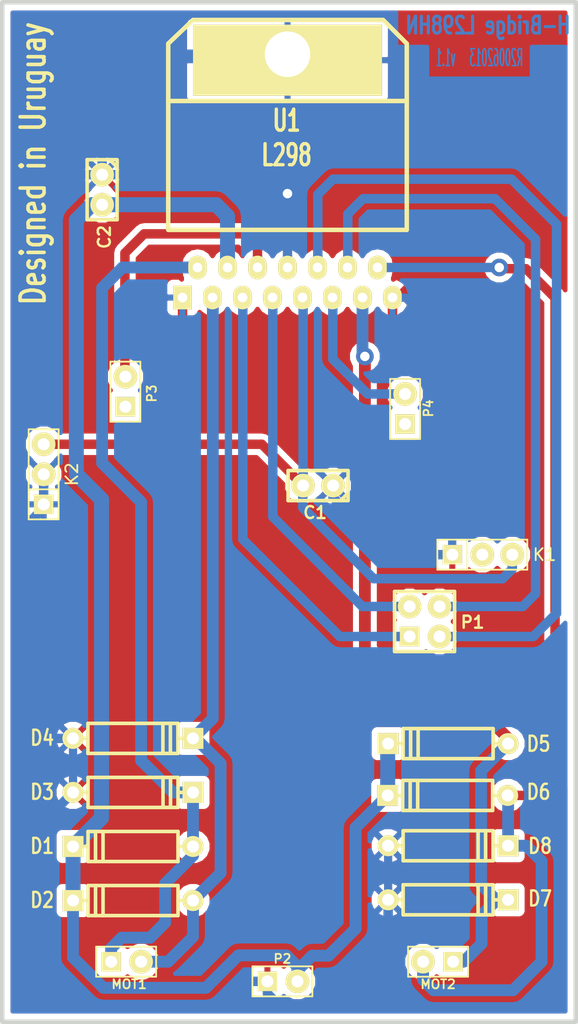
<source format=kicad_pcb>
(kicad_pcb (version 3) (host pcbnew "(2013-mar-13)-testing")

  (general
    (links 40)
    (no_connects 0)
    (area 118.351299 54.698899 167.297101 141.287501)
    (thickness 1.6002)
    (drawings 7)
    (tracks 183)
    (zones 0)
    (modules 19)
    (nets 17)
  )

  (page A4)
  (title_block 
    (title "H_Bridge L298HN")
    (rev 1.0)
    (company "Proyecto Butia")
  )

  (layers
    (15 Component signal)
    (0 Copper signal)
    (16 B.Adhes user)
    (17 F.Adhes user)
    (18 B.Paste user)
    (19 F.Paste user)
    (20 B.SilkS user)
    (21 F.SilkS user)
    (22 B.Mask user)
    (23 F.Mask user)
    (24 Dwgs.User user)
    (25 Cmts.User user)
    (26 Eco1.User user)
    (27 Eco2.User user)
    (28 Edge.Cuts user)
  )

  (setup
    (last_trace_width 0.8001)
    (user_trace_width 0.24892)
    (user_trace_width 0.50038)
    (user_trace_width 0.62992)
    (user_trace_width 0.8001)
    (user_trace_width 1.00076)
    (user_trace_width 1.27)
    (user_trace_width 2.54)
    (trace_clearance 0.254)
    (zone_clearance 0.508)
    (zone_45_only no)
    (trace_min 0.20066)
    (segment_width 0.381)
    (edge_width 0.381)
    (via_size 0.889)
    (via_drill 0.635)
    (via_min_size 0.70104)
    (via_min_drill 0.39878)
    (user_via 0.70104 0.39878)
    (user_via 0.8001 0.39878)
    (user_via 1.00076 0.50038)
    (user_via 1.27 0.70104)
    (user_via 1.50114 0.8001)
    (user_via 2.54 1.00076)
    (user_via 4.0005 1.99898)
    (uvia_size 0.508)
    (uvia_drill 0.127)
    (uvias_allowed no)
    (uvia_min_size 0.508)
    (uvia_min_drill 0.127)
    (pcb_text_width 0.3048)
    (pcb_text_size 1.524 2.032)
    (mod_edge_width 0.381)
    (mod_text_size 1.524 1.524)
    (mod_text_width 0.3048)
    (pad_size 16 6)
    (pad_drill 3.85)
    (pad_to_mask_clearance 0.254)
    (aux_axis_origin 159.39008 79.54264)
    (visible_elements 7FFFFFFF)
    (pcbplotparams
      (layerselection 284196865)
      (usegerberextensions false)
      (excludeedgelayer false)
      (linewidth 60)
      (plotframeref false)
      (viasonmask false)
      (mode 1)
      (useauxorigin false)
      (hpglpennumber 1)
      (hpglpenspeed 20)
      (hpglpendiameter 15)
      (hpglpenoverlay 0)
      (psnegative false)
      (psa4output false)
      (plotreference true)
      (plotvalue true)
      (plotothertext true)
      (plotinvisibletext false)
      (padsonsilk false)
      (subtractmaskfromsilk false)
      (outputformat 1)
      (mirror false)
      (drillshape 0)
      (scaleselection 1)
      (outputdirectory gerber/))
  )

  (net 0 "")
  (net 1 EnA)
  (net 2 EnB)
  (net 3 GND)
  (net 4 HK17)
  (net 5 IN1)
  (net 6 IN2)
  (net 7 IN3)
  (net 8 IN4)
  (net 9 N-0000014)
  (net 10 N-0000016)
  (net 11 N-000007)
  (net 12 OUT1)
  (net 13 OUT2)
  (net 14 OUT3)
  (net 15 OUT4)
  (net 16 Vcc_12)

  (net_class Default "This is the default net class."
    (clearance 0.254)
    (trace_width 0.2032)
    (via_dia 0.889)
    (via_drill 0.635)
    (uvia_dia 0.508)
    (uvia_drill 0.127)
    (add_net "")
    (add_net EnA)
    (add_net EnB)
    (add_net GND)
    (add_net HK17)
    (add_net IN1)
    (add_net IN2)
    (add_net IN3)
    (add_net IN4)
    (add_net N-0000014)
    (add_net N-0000016)
    (add_net N-000007)
    (add_net OUT1)
    (add_net OUT2)
    (add_net OUT3)
    (add_net OUT4)
    (add_net Vcc_12)
  )

  (module PIN_ARRAY_3X1 (layer Component) (tedit 517EFD42) (tstamp 514387BC)
    (at 159.1945 101.6)
    (descr "Connecteur 3 pins")
    (tags "CONN DEV")
    (path /5141B794)
    (fp_text reference K1 (at 5.2705 0) (layer F.SilkS)
      (effects (font (size 1.016 1.016) (thickness 0.1524)))
    )
    (fp_text value CONN_3 (at 0 -2.159) (layer F.SilkS) hide
      (effects (font (size 1.016 1.016) (thickness 0.1524)))
    )
    (fp_line (start -3.81 1.27) (end -3.81 -1.27) (layer F.SilkS) (width 0.1524))
    (fp_line (start -3.81 -1.27) (end 3.81 -1.27) (layer F.SilkS) (width 0.1524))
    (fp_line (start 3.81 -1.27) (end 3.81 1.27) (layer F.SilkS) (width 0.1524))
    (fp_line (start 3.81 1.27) (end -3.81 1.27) (layer F.SilkS) (width 0.1524))
    (fp_line (start -1.27 -1.27) (end -1.27 1.27) (layer F.SilkS) (width 0.1524))
    (pad 1 thru_hole rect (at -2.54 0) (size 1.65 1.65) (drill 1.016)
      (layers *.Cu *.Mask F.SilkS)
      (net 3 GND)
    )
    (pad 2 thru_hole circle (at 0 0) (size 2 2) (drill 1.016)
      (layers *.Cu *.Mask F.SilkS)
      (net 9 N-0000014)
    )
    (pad 3 thru_hole circle (at 2.54 0) (size 2 2) (drill 1.016)
      (layers *.Cu *.Mask F.SilkS)
      (net 4 HK17)
    )
    (model pin_array/pins_array_3x1.wrl
      (at (xyz 0 0 0))
      (scale (xyz 1 1 1))
      (rotate (xyz 0 0 0))
    )
  )

  (module PIN_ARRAY_2X2 (layer Component) (tedit 517EFD39) (tstamp 5141E4D4)
    (at 154.305 107.2515)
    (descr "Double rangee de contacts 2 x 2 pins")
    (tags CONN)
    (path /5141B785)
    (fp_text reference P1 (at 4.064 0.0635) (layer F.SilkS)
      (effects (font (size 1.016 1.016) (thickness 0.2032)))
    )
    (fp_text value CONN_2X2 (at 0 3.048) (layer F.SilkS) hide
      (effects (font (size 1.016 1.016) (thickness 0.2032)))
    )
    (fp_line (start -2.54 -2.54) (end 2.54 -2.54) (layer F.SilkS) (width 0.3048))
    (fp_line (start 2.54 -2.54) (end 2.54 2.54) (layer F.SilkS) (width 0.3048))
    (fp_line (start 2.54 2.54) (end -2.54 2.54) (layer F.SilkS) (width 0.3048))
    (fp_line (start -2.54 2.54) (end -2.54 -2.54) (layer F.SilkS) (width 0.3048))
    (pad 1 thru_hole rect (at -1.27 1.27) (size 1.65 1.65) (drill 1.016)
      (layers *.Cu *.Mask F.SilkS)
      (net 5 IN1)
    )
    (pad 2 thru_hole circle (at -1.27 -1.27) (size 2 2) (drill 1.016)
      (layers *.Cu *.Mask F.SilkS)
      (net 6 IN2)
    )
    (pad 3 thru_hole circle (at 1.27 1.27) (size 2 2) (drill 1.016)
      (layers *.Cu *.Mask F.SilkS)
      (net 7 IN3)
    )
    (pad 4 thru_hole circle (at 1.27 -1.27) (size 2 2) (drill 1.016)
      (layers *.Cu *.Mask F.SilkS)
      (net 8 IN4)
    )
    (model pin_array/pins_array_2x2.wrl
      (at (xyz 0 0 0))
      (scale (xyz 1 1 1))
      (rotate (xyz 0 0 0))
    )
  )

  (module PIN_ARRAY_2X1 (layer Component) (tedit 517EFD24) (tstamp 5141E4DE)
    (at 142.2654 137.6807)
    (descr "Connecteurs 2 pins")
    (tags "CONN DEV")
    (path /51395CA9)
    (fp_text reference P2 (at 0 -1.905) (layer F.SilkS)
      (effects (font (size 0.762 0.762) (thickness 0.1524)))
    )
    (fp_text value PWR (at 0 2.032) (layer F.SilkS) hide
      (effects (font (size 0.762 0.762) (thickness 0.1524)))
    )
    (fp_line (start -2.54 1.27) (end -2.54 -1.27) (layer F.SilkS) (width 0.1524))
    (fp_line (start -2.54 -1.27) (end 2.54 -1.27) (layer F.SilkS) (width 0.1524))
    (fp_line (start 2.54 -1.27) (end 2.54 1.27) (layer F.SilkS) (width 0.1524))
    (fp_line (start 2.54 1.27) (end -2.54 1.27) (layer F.SilkS) (width 0.1524))
    (pad 1 thru_hole rect (at -1.27 0) (size 1.65 1.65) (drill 1.016)
      (layers *.Cu *.Mask F.SilkS)
      (net 3 GND)
    )
    (pad 2 thru_hole circle (at 1.27 0) (size 2 2) (drill 1.016)
      (layers *.Cu *.Mask F.SilkS)
      (net 16 Vcc_12)
    )
    (model pin_array/pins_array_2x1.wrl
      (at (xyz 0 0 0))
      (scale (xyz 1 1 1))
      (rotate (xyz 0 0 0))
    )
  )

  (module PIN_ARRAY_2X1 (layer Component) (tedit 517EFD2D) (tstamp 5141E5BA)
    (at 155.448 136.017 180)
    (descr "Connecteurs 2 pins")
    (tags "CONN DEV")
    (path /51395CA6)
    (fp_text reference MOT2 (at 0 -1.905 180) (layer F.SilkS)
      (effects (font (size 0.762 0.762) (thickness 0.1524)))
    )
    (fp_text value CONN_2 (at 0.254 2.032 180) (layer F.SilkS) hide
      (effects (font (size 0.762 0.762) (thickness 0.1524)))
    )
    (fp_line (start -2.54 1.27) (end -2.54 -1.27) (layer F.SilkS) (width 0.1524))
    (fp_line (start -2.54 -1.27) (end 2.54 -1.27) (layer F.SilkS) (width 0.1524))
    (fp_line (start 2.54 -1.27) (end 2.54 1.27) (layer F.SilkS) (width 0.1524))
    (fp_line (start 2.54 1.27) (end -2.54 1.27) (layer F.SilkS) (width 0.1524))
    (pad 1 thru_hole rect (at -1.27 0 180) (size 1.65 1.65) (drill 1.016)
      (layers *.Cu *.Mask F.SilkS)
      (net 14 OUT3)
    )
    (pad 2 thru_hole circle (at 1.27 0 180) (size 2 2) (drill 1.016)
      (layers *.Cu *.Mask F.SilkS)
      (net 15 OUT4)
    )
    (model pin_array/pins_array_2x1.wrl
      (at (xyz 0 0 0))
      (scale (xyz 1 1 1))
      (rotate (xyz 0 0 0))
    )
  )

  (module PIN_ARRAY_2X1 (layer Component) (tedit 517EFD11) (tstamp 5141E5C4)
    (at 129.032 136.017)
    (descr "Connecteurs 2 pins")
    (tags "CONN DEV")
    (path /51395C9B)
    (fp_text reference MOT1 (at 0.254 1.905) (layer F.SilkS)
      (effects (font (size 0.762 0.762) (thickness 0.1524)))
    )
    (fp_text value CONN_2 (at 0 -2.032) (layer F.SilkS) hide
      (effects (font (size 0.762 0.762) (thickness 0.1524)))
    )
    (fp_line (start -2.54 1.27) (end -2.54 -1.27) (layer F.SilkS) (width 0.1524))
    (fp_line (start -2.54 -1.27) (end 2.54 -1.27) (layer F.SilkS) (width 0.1524))
    (fp_line (start 2.54 -1.27) (end 2.54 1.27) (layer F.SilkS) (width 0.1524))
    (fp_line (start 2.54 1.27) (end -2.54 1.27) (layer F.SilkS) (width 0.1524))
    (pad 1 thru_hole rect (at -1.27 0) (size 1.65 1.65) (drill 1.016)
      (layers *.Cu *.Mask F.SilkS)
      (net 12 OUT1)
    )
    (pad 2 thru_hole circle (at 1.27 0) (size 2 2) (drill 1.016)
      (layers *.Cu *.Mask F.SilkS)
      (net 13 OUT2)
    )
    (model pin_array/pins_array_2x1.wrl
      (at (xyz 0 0 0))
      (scale (xyz 1 1 1))
      (rotate (xyz 0 0 0))
    )
  )

  (module D4 (layer Component) (tedit 5169B412) (tstamp 5141E5D2)
    (at 156.2989 126.2126)
    (descr "Diode 4 pas")
    (tags "DIODE DEV")
    (path /513961AA)
    (fp_text reference D8 (at 7.7851 0.0254) (layer F.SilkS)
      (effects (font (size 1.27 1.016) (thickness 0.2032)))
    )
    (fp_text value DIODE (at 0 0) (layer F.SilkS) hide
      (effects (font (size 1.27 1.016) (thickness 0.2032)))
    )
    (fp_line (start -3.81 -1.27) (end 3.81 -1.27) (layer F.SilkS) (width 0.3048))
    (fp_line (start 3.81 -1.27) (end 3.81 1.27) (layer F.SilkS) (width 0.3048))
    (fp_line (start 3.81 1.27) (end -3.81 1.27) (layer F.SilkS) (width 0.3048))
    (fp_line (start -3.81 1.27) (end -3.81 -1.27) (layer F.SilkS) (width 0.3048))
    (fp_line (start 3.175 -1.27) (end 3.175 1.27) (layer F.SilkS) (width 0.3048))
    (fp_line (start 2.54 1.27) (end 2.54 -1.27) (layer F.SilkS) (width 0.3048))
    (fp_line (start -3.81 0) (end -5.08 0) (layer F.SilkS) (width 0.3048))
    (fp_line (start 3.81 0) (end 5.08 0) (layer F.SilkS) (width 0.3048))
    (pad 1 thru_hole circle (at -5.08 0) (size 1.778 1.778) (drill 1.016)
      (layers *.Cu *.Mask F.SilkS)
      (net 3 GND)
    )
    (pad 2 thru_hole rect (at 5.08 0) (size 1.778 1.778) (drill 1.016)
      (layers *.Cu *.Mask F.SilkS)
      (net 15 OUT4)
    )
    (model discret/diode.wrl
      (at (xyz 0 0 0))
      (scale (xyz 0.4 0.4 0.4))
      (rotate (xyz 0 0 0))
    )
  )

  (module D4 (layer Component) (tedit 5169B41B) (tstamp 5141EFA7)
    (at 156.2989 130.7846)
    (descr "Diode 4 pas")
    (tags "DIODE DEV")
    (path /513961A8)
    (fp_text reference D7 (at 7.7851 -0.1016) (layer F.SilkS)
      (effects (font (size 1.27 1.016) (thickness 0.2032)))
    )
    (fp_text value DIODE (at 0 0) (layer F.SilkS) hide
      (effects (font (size 1.27 1.016) (thickness 0.2032)))
    )
    (fp_line (start -3.81 -1.27) (end 3.81 -1.27) (layer F.SilkS) (width 0.3048))
    (fp_line (start 3.81 -1.27) (end 3.81 1.27) (layer F.SilkS) (width 0.3048))
    (fp_line (start 3.81 1.27) (end -3.81 1.27) (layer F.SilkS) (width 0.3048))
    (fp_line (start -3.81 1.27) (end -3.81 -1.27) (layer F.SilkS) (width 0.3048))
    (fp_line (start 3.175 -1.27) (end 3.175 1.27) (layer F.SilkS) (width 0.3048))
    (fp_line (start 2.54 1.27) (end 2.54 -1.27) (layer F.SilkS) (width 0.3048))
    (fp_line (start -3.81 0) (end -5.08 0) (layer F.SilkS) (width 0.3048))
    (fp_line (start 3.81 0) (end 5.08 0) (layer F.SilkS) (width 0.3048))
    (pad 1 thru_hole circle (at -5.08 0) (size 1.778 1.778) (drill 1.016)
      (layers *.Cu *.Mask F.SilkS)
      (net 3 GND)
    )
    (pad 2 thru_hole rect (at 5.08 0) (size 1.778 1.778) (drill 1.016)
      (layers *.Cu *.Mask F.SilkS)
      (net 14 OUT3)
    )
    (model discret/diode.wrl
      (at (xyz 0 0 0))
      (scale (xyz 0.4 0.4 0.4))
      (rotate (xyz 0 0 0))
    )
  )

  (module D4 (layer Component) (tedit 5169B401) (tstamp 5141E5EE)
    (at 156.2989 117.5766 180)
    (descr "Diode 4 pas")
    (tags "DIODE DEV")
    (path /513961A6)
    (fp_text reference D5 (at -7.6581 -0.0254 180) (layer F.SilkS)
      (effects (font (size 1.27 1.016) (thickness 0.2032)))
    )
    (fp_text value DIODE (at 0 0 180) (layer F.SilkS) hide
      (effects (font (size 1.27 1.016) (thickness 0.2032)))
    )
    (fp_line (start -3.81 -1.27) (end 3.81 -1.27) (layer F.SilkS) (width 0.3048))
    (fp_line (start 3.81 -1.27) (end 3.81 1.27) (layer F.SilkS) (width 0.3048))
    (fp_line (start 3.81 1.27) (end -3.81 1.27) (layer F.SilkS) (width 0.3048))
    (fp_line (start -3.81 1.27) (end -3.81 -1.27) (layer F.SilkS) (width 0.3048))
    (fp_line (start 3.175 -1.27) (end 3.175 1.27) (layer F.SilkS) (width 0.3048))
    (fp_line (start 2.54 1.27) (end 2.54 -1.27) (layer F.SilkS) (width 0.3048))
    (fp_line (start -3.81 0) (end -5.08 0) (layer F.SilkS) (width 0.3048))
    (fp_line (start 3.81 0) (end 5.08 0) (layer F.SilkS) (width 0.3048))
    (pad 1 thru_hole circle (at -5.08 0 180) (size 1.778 1.778) (drill 1.016)
      (layers *.Cu *.Mask F.SilkS)
      (net 14 OUT3)
    )
    (pad 2 thru_hole rect (at 5.08 0 180) (size 1.778 1.778) (drill 1.016)
      (layers *.Cu *.Mask F.SilkS)
      (net 16 Vcc_12)
    )
    (model discret/diode.wrl
      (at (xyz 0 0 0))
      (scale (xyz 0.4 0.4 0.4))
      (rotate (xyz 0 0 0))
    )
  )

  (module D4 (layer Component) (tedit 5169B409) (tstamp 5141E5FC)
    (at 156.2609 121.9586 180)
    (descr "Diode 4 pas")
    (tags "DIODE DEV")
    (path /513961A3)
    (fp_text reference D6 (at -7.6961 0.2926 180) (layer F.SilkS)
      (effects (font (size 1.27 1.016) (thickness 0.2032)))
    )
    (fp_text value DIODE (at 0 0 180) (layer F.SilkS) hide
      (effects (font (size 1.27 1.016) (thickness 0.2032)))
    )
    (fp_line (start -3.81 -1.27) (end 3.81 -1.27) (layer F.SilkS) (width 0.3048))
    (fp_line (start 3.81 -1.27) (end 3.81 1.27) (layer F.SilkS) (width 0.3048))
    (fp_line (start 3.81 1.27) (end -3.81 1.27) (layer F.SilkS) (width 0.3048))
    (fp_line (start -3.81 1.27) (end -3.81 -1.27) (layer F.SilkS) (width 0.3048))
    (fp_line (start 3.175 -1.27) (end 3.175 1.27) (layer F.SilkS) (width 0.3048))
    (fp_line (start 2.54 1.27) (end 2.54 -1.27) (layer F.SilkS) (width 0.3048))
    (fp_line (start -3.81 0) (end -5.08 0) (layer F.SilkS) (width 0.3048))
    (fp_line (start 3.81 0) (end 5.08 0) (layer F.SilkS) (width 0.3048))
    (pad 1 thru_hole circle (at -5.08 0 180) (size 1.778 1.778) (drill 1.016)
      (layers *.Cu *.Mask F.SilkS)
      (net 15 OUT4)
    )
    (pad 2 thru_hole rect (at 5.08 0 180) (size 1.778 1.778) (drill 1.016)
      (layers *.Cu *.Mask F.SilkS)
      (net 16 Vcc_12)
    )
    (model discret/diode.wrl
      (at (xyz 0 0 0))
      (scale (xyz 0.4 0.4 0.4))
      (rotate (xyz 0 0 0))
    )
  )

  (module D4 (layer Component) (tedit 5169B3F5) (tstamp 5141E60A)
    (at 129.6062 117.1361)
    (descr "Diode 4 pas")
    (tags "DIODE DEV")
    (path /5139617E)
    (fp_text reference D4 (at -7.6862 -0.0421) (layer F.SilkS)
      (effects (font (size 1.27 1.016) (thickness 0.2032)))
    )
    (fp_text value DIODE (at 0 0) (layer F.SilkS) hide
      (effects (font (size 1.27 1.016) (thickness 0.2032)))
    )
    (fp_line (start -3.81 -1.27) (end 3.81 -1.27) (layer F.SilkS) (width 0.3048))
    (fp_line (start 3.81 -1.27) (end 3.81 1.27) (layer F.SilkS) (width 0.3048))
    (fp_line (start 3.81 1.27) (end -3.81 1.27) (layer F.SilkS) (width 0.3048))
    (fp_line (start -3.81 1.27) (end -3.81 -1.27) (layer F.SilkS) (width 0.3048))
    (fp_line (start 3.175 -1.27) (end 3.175 1.27) (layer F.SilkS) (width 0.3048))
    (fp_line (start 2.54 1.27) (end 2.54 -1.27) (layer F.SilkS) (width 0.3048))
    (fp_line (start -3.81 0) (end -5.08 0) (layer F.SilkS) (width 0.3048))
    (fp_line (start 3.81 0) (end 5.08 0) (layer F.SilkS) (width 0.3048))
    (pad 1 thru_hole circle (at -5.08 0) (size 1.778 1.778) (drill 1.016)
      (layers *.Cu *.Mask F.SilkS)
      (net 3 GND)
    )
    (pad 2 thru_hole rect (at 5.08 0) (size 1.778 1.778) (drill 1.016)
      (layers *.Cu *.Mask F.SilkS)
      (net 13 OUT2)
    )
    (model discret/diode.wrl
      (at (xyz 0 0 0))
      (scale (xyz 0.4 0.4 0.4))
      (rotate (xyz 0 0 0))
    )
  )

  (module D4 (layer Component) (tedit 5169B3EB) (tstamp 5141E618)
    (at 129.6162 121.7041)
    (descr "Diode 4 pas")
    (tags "DIODE DEV")
    (path /5139617B)
    (fp_text reference D3 (at -7.6962 -0.0381) (layer F.SilkS)
      (effects (font (size 1.27 1.016) (thickness 0.2032)))
    )
    (fp_text value DIODE (at 0 0) (layer F.SilkS) hide
      (effects (font (size 1.27 1.016) (thickness 0.2032)))
    )
    (fp_line (start -3.81 -1.27) (end 3.81 -1.27) (layer F.SilkS) (width 0.3048))
    (fp_line (start 3.81 -1.27) (end 3.81 1.27) (layer F.SilkS) (width 0.3048))
    (fp_line (start 3.81 1.27) (end -3.81 1.27) (layer F.SilkS) (width 0.3048))
    (fp_line (start -3.81 1.27) (end -3.81 -1.27) (layer F.SilkS) (width 0.3048))
    (fp_line (start 3.175 -1.27) (end 3.175 1.27) (layer F.SilkS) (width 0.3048))
    (fp_line (start 2.54 1.27) (end 2.54 -1.27) (layer F.SilkS) (width 0.3048))
    (fp_line (start -3.81 0) (end -5.08 0) (layer F.SilkS) (width 0.3048))
    (fp_line (start 3.81 0) (end 5.08 0) (layer F.SilkS) (width 0.3048))
    (pad 1 thru_hole circle (at -5.08 0) (size 1.778 1.778) (drill 1.016)
      (layers *.Cu *.Mask F.SilkS)
      (net 3 GND)
    )
    (pad 2 thru_hole rect (at 5.08 0) (size 1.778 1.778) (drill 1.016)
      (layers *.Cu *.Mask F.SilkS)
      (net 12 OUT1)
    )
    (model discret/diode.wrl
      (at (xyz 0 0 0))
      (scale (xyz 0.4 0.4 0.4))
      (rotate (xyz 0 0 0))
    )
  )

  (module D4 (layer Component) (tedit 5169B3DA) (tstamp 5141E626)
    (at 129.6162 126.2761 180)
    (descr "Diode 4 pas")
    (tags "DIODE DEV")
    (path /51396178)
    (fp_text reference D1 (at 7.6962 0.0381 180) (layer F.SilkS)
      (effects (font (size 1.27 1.016) (thickness 0.2032)))
    )
    (fp_text value DIODE (at 0 0 180) (layer F.SilkS) hide
      (effects (font (size 1.27 1.016) (thickness 0.2032)))
    )
    (fp_line (start -3.81 -1.27) (end 3.81 -1.27) (layer F.SilkS) (width 0.3048))
    (fp_line (start 3.81 -1.27) (end 3.81 1.27) (layer F.SilkS) (width 0.3048))
    (fp_line (start 3.81 1.27) (end -3.81 1.27) (layer F.SilkS) (width 0.3048))
    (fp_line (start -3.81 1.27) (end -3.81 -1.27) (layer F.SilkS) (width 0.3048))
    (fp_line (start 3.175 -1.27) (end 3.175 1.27) (layer F.SilkS) (width 0.3048))
    (fp_line (start 2.54 1.27) (end 2.54 -1.27) (layer F.SilkS) (width 0.3048))
    (fp_line (start -3.81 0) (end -5.08 0) (layer F.SilkS) (width 0.3048))
    (fp_line (start 3.81 0) (end 5.08 0) (layer F.SilkS) (width 0.3048))
    (pad 1 thru_hole circle (at -5.08 0 180) (size 1.778 1.778) (drill 1.016)
      (layers *.Cu *.Mask F.SilkS)
      (net 12 OUT1)
    )
    (pad 2 thru_hole rect (at 5.08 0 180) (size 1.778 1.778) (drill 1.016)
      (layers *.Cu *.Mask F.SilkS)
      (net 16 Vcc_12)
    )
    (model discret/diode.wrl
      (at (xyz 0 0 0))
      (scale (xyz 0.4 0.4 0.4))
      (rotate (xyz 0 0 0))
    )
  )

  (module D4 (layer Component) (tedit 5169B3D0) (tstamp 5141E634)
    (at 129.6162 130.8481 180)
    (descr "Diode 4 pas")
    (tags "DIODE DEV")
    (path /51396175)
    (fp_text reference D2 (at 7.6962 0.0381 180) (layer F.SilkS)
      (effects (font (size 1.27 1.016) (thickness 0.2032)))
    )
    (fp_text value DIODE (at 0 0 180) (layer F.SilkS) hide
      (effects (font (size 1.27 1.016) (thickness 0.2032)))
    )
    (fp_line (start -3.81 -1.27) (end 3.81 -1.27) (layer F.SilkS) (width 0.3048))
    (fp_line (start 3.81 -1.27) (end 3.81 1.27) (layer F.SilkS) (width 0.3048))
    (fp_line (start 3.81 1.27) (end -3.81 1.27) (layer F.SilkS) (width 0.3048))
    (fp_line (start -3.81 1.27) (end -3.81 -1.27) (layer F.SilkS) (width 0.3048))
    (fp_line (start 3.175 -1.27) (end 3.175 1.27) (layer F.SilkS) (width 0.3048))
    (fp_line (start 2.54 1.27) (end 2.54 -1.27) (layer F.SilkS) (width 0.3048))
    (fp_line (start -3.81 0) (end -5.08 0) (layer F.SilkS) (width 0.3048))
    (fp_line (start 3.81 0) (end 5.08 0) (layer F.SilkS) (width 0.3048))
    (pad 1 thru_hole circle (at -5.08 0 180) (size 1.778 1.778) (drill 1.016)
      (layers *.Cu *.Mask F.SilkS)
      (net 13 OUT2)
    )
    (pad 2 thru_hole rect (at 5.08 0 180) (size 1.778 1.778) (drill 1.016)
      (layers *.Cu *.Mask F.SilkS)
      (net 16 Vcc_12)
    )
    (model discret/diode.wrl
      (at (xyz 0 0 0))
      (scale (xyz 0.4 0.4 0.4))
      (rotate (xyz 0 0 0))
    )
  )

  (module PIN_ARRAY_3X1 (layer Component) (tedit 517EFD53) (tstamp 515E0EC1)
    (at 122.047 94.8055 90)
    (descr "Connecteur 3 pins")
    (tags "CONN DEV")
    (path /515DD4E0)
    (fp_text reference K2 (at 0 2.3876 90) (layer F.SilkS)
      (effects (font (size 1.016 1.016) (thickness 0.1524)))
    )
    (fp_text value CONN_3 (at 0 -2.159 90) (layer F.SilkS) hide
      (effects (font (size 1.016 1.016) (thickness 0.1524)))
    )
    (fp_line (start -3.81 1.27) (end -3.81 -1.27) (layer F.SilkS) (width 0.1524))
    (fp_line (start -3.81 -1.27) (end 3.81 -1.27) (layer F.SilkS) (width 0.1524))
    (fp_line (start 3.81 -1.27) (end 3.81 1.27) (layer F.SilkS) (width 0.1524))
    (fp_line (start 3.81 1.27) (end -3.81 1.27) (layer F.SilkS) (width 0.1524))
    (fp_line (start -1.27 -1.27) (end -1.27 1.27) (layer F.SilkS) (width 0.1524))
    (pad 1 thru_hole rect (at -2.54 0 90) (size 1.65 1.65) (drill 1.016)
      (layers *.Cu *.Mask F.SilkS)
      (net 3 GND)
    )
    (pad 2 thru_hole circle (at 0 0 90) (size 2 2) (drill 1.016)
      (layers *.Cu *.Mask F.SilkS)
      (net 3 GND)
    )
    (pad 3 thru_hole circle (at 2.54 0 90) (size 2 2) (drill 1.016)
      (layers *.Cu *.Mask F.SilkS)
      (net 4 HK17)
    )
    (model pin_array/pins_array_3x1.wrl
      (at (xyz 0 0 0))
      (scale (xyz 1 1 1))
      (rotate (xyz 0 0 0))
    )
  )

  (module PIN_ARRAY_2X1 (layer Component) (tedit 517EFD4E) (tstamp 515E0ECB)
    (at 128.9685 87.8205 90)
    (descr "Connecteurs 2 pins")
    (tags "CONN DEV")
    (path /515DD4A6)
    (fp_text reference P3 (at -0.1524 2.2352 90) (layer F.SilkS)
      (effects (font (size 0.762 0.762) (thickness 0.1524)))
    )
    (fp_text value CONN_2 (at 0 -1.905 90) (layer F.SilkS) hide
      (effects (font (size 0.762 0.762) (thickness 0.1524)))
    )
    (fp_line (start -2.54 1.27) (end -2.54 -1.27) (layer F.SilkS) (width 0.1524))
    (fp_line (start -2.54 -1.27) (end 2.54 -1.27) (layer F.SilkS) (width 0.1524))
    (fp_line (start 2.54 -1.27) (end 2.54 1.27) (layer F.SilkS) (width 0.1524))
    (fp_line (start 2.54 1.27) (end -2.54 1.27) (layer F.SilkS) (width 0.1524))
    (pad 1 thru_hole rect (at -1.27 0 90) (size 1.65 1.65) (drill 1.016)
      (layers *.Cu *.Mask F.SilkS)
      (net 11 N-000007)
    )
    (pad 2 thru_hole circle (at 1.27 0 90) (size 2 2) (drill 1.016)
      (layers *.Cu *.Mask F.SilkS)
      (net 1 EnA)
    )
    (model pin_array/pins_array_2x1.wrl
      (at (xyz 0 0 0))
      (scale (xyz 1 1 1))
      (rotate (xyz 0 0 0))
    )
  )

  (module PIN_ARRAY_2X1 (layer Component) (tedit 517EFD48) (tstamp 515E0ED5)
    (at 152.654 89.281 90)
    (descr "Connecteurs 2 pins")
    (tags "CONN DEV")
    (path /515DD4BA)
    (fp_text reference P4 (at 0.0508 1.9812 90) (layer F.SilkS)
      (effects (font (size 0.762 0.762) (thickness 0.1524)))
    )
    (fp_text value CONN_2 (at 0 -1.905 90) (layer F.SilkS) hide
      (effects (font (size 0.762 0.762) (thickness 0.1524)))
    )
    (fp_line (start -2.54 1.27) (end -2.54 -1.27) (layer F.SilkS) (width 0.1524))
    (fp_line (start -2.54 -1.27) (end 2.54 -1.27) (layer F.SilkS) (width 0.1524))
    (fp_line (start 2.54 -1.27) (end 2.54 1.27) (layer F.SilkS) (width 0.1524))
    (fp_line (start 2.54 1.27) (end -2.54 1.27) (layer F.SilkS) (width 0.1524))
    (pad 1 thru_hole rect (at -1.27 0 90) (size 1.65 1.65) (drill 1.016)
      (layers *.Cu *.Mask F.SilkS)
      (net 10 N-0000016)
    )
    (pad 2 thru_hole circle (at 1.27 0 90) (size 2 2) (drill 1.016)
      (layers *.Cu *.Mask F.SilkS)
      (net 2 EnB)
    )
    (model pin_array/pins_array_2x1.wrl
      (at (xyz 0 0 0))
      (scale (xyz 1 1 1))
      (rotate (xyz 0 0 0))
    )
  )

  (module C1 (layer Component) (tedit 517EFC8E) (tstamp 51697DBA)
    (at 127 70.739 270)
    (descr "Condensateur e = 1 pas")
    (tags C)
    (path /516968B9)
    (fp_text reference C2 (at 4.0005 -0.1905 270) (layer F.SilkS)
      (effects (font (size 1.016 1.016) (thickness 0.2032)))
    )
    (fp_text value 100nF (at 0 -2.286 270) (layer F.SilkS) hide
      (effects (font (size 1.016 1.016) (thickness 0.2032)))
    )
    (fp_line (start -2.4892 -1.27) (end 2.54 -1.27) (layer F.SilkS) (width 0.3048))
    (fp_line (start 2.54 -1.27) (end 2.54 1.27) (layer F.SilkS) (width 0.3048))
    (fp_line (start 2.54 1.27) (end -2.54 1.27) (layer F.SilkS) (width 0.3048))
    (fp_line (start -2.54 1.27) (end -2.54 -1.27) (layer F.SilkS) (width 0.3048))
    (fp_line (start -2.54 -0.635) (end -1.905 -1.27) (layer F.SilkS) (width 0.3048))
    (pad 1 thru_hole circle (at -1.27 0 270) (size 2 2) (drill 1.016)
      (layers *.Cu *.Mask F.SilkS)
      (net 3 GND)
    )
    (pad 2 thru_hole circle (at 1.27 0 270) (size 2 2) (drill 1.016)
      (layers *.Cu *.Mask F.SilkS)
      (net 16 Vcc_12)
    )
    (model discret/capa_1_pas.wrl
      (at (xyz 0 0 0))
      (scale (xyz 1 1 1))
      (rotate (xyz 0 0 0))
    )
  )

  (module C1 (layer Component) (tedit 517EFC7F) (tstamp 51697DC5)
    (at 145.288 95.758 180)
    (descr "Condensateur e = 1 pas")
    (tags C)
    (path /516968DD)
    (fp_text reference C1 (at 0.254 -2.286 180) (layer F.SilkS)
      (effects (font (size 1.016 1.016) (thickness 0.2032)))
    )
    (fp_text value 100nF (at 0 -2.286 180) (layer F.SilkS) hide
      (effects (font (size 1.016 1.016) (thickness 0.2032)))
    )
    (fp_line (start -2.4892 -1.27) (end 2.54 -1.27) (layer F.SilkS) (width 0.3048))
    (fp_line (start 2.54 -1.27) (end 2.54 1.27) (layer F.SilkS) (width 0.3048))
    (fp_line (start 2.54 1.27) (end -2.54 1.27) (layer F.SilkS) (width 0.3048))
    (fp_line (start -2.54 1.27) (end -2.54 -1.27) (layer F.SilkS) (width 0.3048))
    (fp_line (start -2.54 -0.635) (end -1.905 -1.27) (layer F.SilkS) (width 0.3048))
    (pad 1 thru_hole circle (at -1.27 0 180) (size 2 2) (drill 1.016)
      (layers *.Cu *.Mask F.SilkS)
      (net 3 GND)
    )
    (pad 2 thru_hole circle (at 1.27 0 180) (size 2 2) (drill 1.016)
      (layers *.Cu *.Mask F.SilkS)
      (net 4 HK17)
    )
    (model discret/capa_1_pas.wrl
      (at (xyz 0 0 0))
      (scale (xyz 1 1 1))
      (rotate (xyz 0 0 0))
    )
  )

  (module L298HN (layer Component) (tedit 51C37875) (tstamp 514BF5E7)
    (at 142.6972 78.5876)
    (descr L298)
    (tags H_bridge)
    (path /515DD8EC)
    (fp_text reference U1 (at -0.0762 -13.6906) (layer F.SilkS)
      (effects (font (size 1.778 1.143) (thickness 0.28575)))
    )
    (fp_text value L298 (at -0.0762 -10.7696) (layer F.SilkS)
      (effects (font (size 1.778 1.143) (thickness 0.28448)))
    )
    (fp_line (start 8.1 -22.2) (end 10.1 -20.2) (layer F.SilkS) (width 0.381))
    (fp_line (start -10.1 -20.2) (end -8 -22.2) (layer F.SilkS) (width 0.381))
    (fp_line (start 10.1 -20.2) (end 10.1 -15.35) (layer F.SilkS) (width 0.381))
    (fp_line (start -10.1 -20.2) (end -10.1 -15.35) (layer F.SilkS) (width 0.381))
    (fp_line (start -8 -22.2) (end 8.1 -22.2) (layer F.SilkS) (width 0.381))
    (fp_line (start 10.1 -15.35) (end 10.1 -4.45) (layer F.SilkS) (width 0.381))
    (fp_line (start -10.1 -15.35) (end -10.1 -4.45) (layer F.SilkS) (width 0.381))
    (fp_line (start -10.1 -15.35) (end 10.1 -15.35) (layer F.SilkS) (width 0.381))
    (fp_line (start -10.1 -4.45) (end 10.1 -4.45) (layer F.SilkS) (width 0.381))
    (pad 15 thru_hole oval (at 8.89 1.27) (size 1.5748 2) (drill 0.812799)
      (layers *.Cu *.Mask F.SilkS)
      (net 3 GND)
    )
    (pad 14 thru_hole oval (at 7.62 -1.27) (size 1.5748 2) (drill 0.812799)
      (layers *.Cu *.Mask F.SilkS)
      (net 15 OUT4)
    )
    (pad 13 thru_hole oval (at 6.35 1.27) (size 1.5748 2) (drill 0.812799)
      (layers *.Cu *.Mask F.SilkS)
      (net 14 OUT3)
    )
    (pad 12 thru_hole oval (at 5.08 -1.27) (size 1.5748 2) (drill 0.812799)
      (layers *.Cu *.Mask F.SilkS)
      (net 8 IN4)
    )
    (pad 11 thru_hole oval (at 3.81 1.27) (size 1.5748 2) (drill 0.812799)
      (layers *.Cu *.Mask F.SilkS)
      (net 2 EnB)
    )
    (pad 10 thru_hole oval (at 2.54 -1.27) (size 1.5748 2) (drill 0.812799)
      (layers *.Cu *.Mask F.SilkS)
      (net 7 IN3)
    )
    (pad 9 thru_hole oval (at 1.27 1.27) (size 1.5748 2) (drill 0.812799)
      (layers *.Cu *.Mask F.SilkS)
      (net 4 HK17)
    )
    (pad 8 thru_hole oval (at 0 -1.27) (size 1.5748 2) (drill 0.812799)
      (layers *.Cu *.Mask F.SilkS)
      (net 3 GND)
    )
    (pad 7 thru_hole oval (at -1.27 1.27) (size 1.5748 2) (drill 0.812799)
      (layers *.Cu *.Mask F.SilkS)
      (net 6 IN2)
    )
    (pad 6 thru_hole oval (at -2.54 -1.27) (size 1.5748 2) (drill 0.812799)
      (layers *.Cu *.Mask F.SilkS)
      (net 1 EnA)
    )
    (pad 5 thru_hole oval (at -3.81 1.27) (size 1.5748 2) (drill 0.812799)
      (layers *.Cu *.Mask F.SilkS)
      (net 5 IN1)
    )
    (pad 4 thru_hole oval (at -5.08 -1.27) (size 1.5748 2) (drill 0.812799)
      (layers *.Cu *.Mask F.SilkS)
      (net 16 Vcc_12)
    )
    (pad 3 thru_hole oval (at -6.35 1.27) (size 1.5748 2) (drill 0.812799)
      (layers *.Cu *.Mask F.SilkS)
      (net 13 OUT2)
    )
    (pad 2 thru_hole oval (at -7.62 -1.27) (size 1.5748 2) (drill 0.812799)
      (layers *.Cu *.Mask F.SilkS)
      (net 12 OUT1)
    )
    (pad 1 thru_hole rect (at -8.89 1.27) (size 1.5748 2) (drill 0.812799)
      (layers *.Cu *.Mask F.SilkS)
      (net 3 GND)
    )
    (pad 8 thru_hole rect (at 0 -19.3) (size 16 6) (drill 3.85 (offset 0 0.5))
      (layers *.Cu *.Mask F.SilkS)
      (net 3 GND)
    )
    (model dil/dil_18.wrl
      (at (xyz 0 0 0))
      (scale (xyz 1 1 1))
      (rotate (xyz 0 0 0))
    )
  )

  (gr_line (start 118.5418 54.8894) (end 167.1066 54.8894) (angle 90) (layer Edge.Cuts) (width 0.381))
  (gr_line (start 118.5418 141.097) (end 167.1066 141.097) (angle 90) (layer Edge.Cuts) (width 0.381))
  (gr_line (start 118.5418 141.0843) (end 118.5418 54.892) (angle 90) (layer Edge.Cuts) (width 0.381))
  (gr_line (start 167.1066 54.892) (end 167.1066 141.0843) (angle 90) (layer Edge.Cuts) (width 0.381))
  (gr_text "R20062013   v1.1" (at 158.9532 59.5884) (layer Copper)
    (effects (font (size 1.432 0.524) (thickness 0.131)) (justify mirror))
  )
  (gr_text "H-Bridge L298HN" (at 159.6644 56.8452) (layer Copper)
    (effects (font (size 1.432 1.024) (thickness 0.256)) (justify mirror))
  )
  (gr_text "Designed in Uruguay" (at 121.158 68.5292 90) (layer F.SilkS)
    (effects (font (size 2.032 1.524) (thickness 0.3048)))
  )

  (via (at 128.9685 86.5505) (size 1.50114) (drill 0.8001) (layers Component Copper) (net 1))
  (segment (start 128.9685 86.5505) (end 128.9304 86.5124) (width 0.8001) (layer Component) (net 1) (tstamp 51A6944F))
  (segment (start 140.1572 75.6412) (end 140.1572 77.3176) (width 0.8001) (layer Component) (net 1) (tstamp 51A69467))
  (segment (start 138.9888 74.4728) (end 140.1572 75.6412) (width 0.8001) (layer Component) (net 1) (tstamp 51A69460))
  (segment (start 130.556 74.4728) (end 138.9888 74.4728) (width 0.8001) (layer Component) (net 1) (tstamp 51A6945D))
  (segment (start 128.9304 76.0984) (end 130.556 74.4728) (width 0.8001) (layer Component) (net 1) (tstamp 51A69459))
  (segment (start 128.9304 86.5124) (end 128.9304 76.0984) (width 0.8001) (layer Component) (net 1) (tstamp 51A69450))
  (via (at 140.1572 77.3176) (size 1.50114) (drill 0.8001) (layers Component Copper) (net 1))
  (segment (start 152.654 88.011) (end 149.479 88.011) (width 0.8001) (layer Copper) (net 2))
  (segment (start 146.5326 85.0646) (end 146.5326 79.8703) (width 0.8001) (layer Copper) (net 2) (tstamp 5169A432))
  (segment (start 149.479 88.011) (end 146.5326 85.0646) (width 0.8001) (layer Copper) (net 2) (tstamp 5169A42A))
  (via (at 122.047 97.3455) (size 1.50114) (drill 0.8001) (layers Component Copper) (net 3))
  (via (at 122.047 94.8055) (size 1.50114) (drill 0.8001) (layers Component Copper) (net 3))
  (segment (start 122.047 97.3455) (end 122.047 97.663) (width 0.8001) (layer Copper) (net 3))
  (segment (start 122.047 97.663) (end 120.142 99.568) (width 0.8001) (layer Copper) (net 3) (tstamp 51C3769C))
  (segment (start 122.047 94.8055) (end 122.047 97.3455) (width 0.8001) (layer Copper) (net 3))
  (segment (start 127 69.469) (end 122.2756 69.469) (width 0.8001) (layer Copper) (net 3))
  (segment (start 122.2756 69.469) (end 120.142 71.6026) (width 0.8001) (layer Copper) (net 3) (tstamp 51A69D78))
  (segment (start 120.142 71.6026) (end 120.142 99.568) (width 0.8001) (layer Copper) (net 3) (tstamp 51A69D7D))
  (segment (start 122.0383 117.1361) (end 124.5262 117.1361) (width 0.8001) (layer Copper) (net 3) (tstamp 51A69D8F))
  (segment (start 120.142 99.568) (end 120.142 115.2398) (width 0.8001) (layer Copper) (net 3) (tstamp 51C3769F))
  (segment (start 120.142 115.2398) (end 122.0383 117.1361) (width 0.8001) (layer Copper) (net 3) (tstamp 51A69D8B))
  (via (at 142.6972 77.3176) (size 1.50114) (drill 0.8001) (layers Component Copper) (net 3))
  (segment (start 127 69.469) (end 127 61.6204) (width 0.8001) (layer Copper) (net 3))
  (segment (start 129.3328 59.2876) (end 142.6972 59.2876) (width 0.8001) (layer Copper) (net 3) (tstamp 51A698AE))
  (segment (start 127 61.6204) (end 129.3328 59.2876) (width 0.8001) (layer Copper) (net 3) (tstamp 51A698A9))
  (via (at 142.6972 71.0692) (size 1.50114) (drill 0.8001) (layers Component Copper) (net 3))
  (segment (start 153.5684 69.6468) (end 151.7396 67.818) (width 0.8001) (layer Component) (net 3) (tstamp 51A6987F))
  (segment (start 145.9484 67.818) (end 151.7396 67.818) (width 0.8001) (layer Component) (net 3) (tstamp 51A69873))
  (segment (start 145.9484 67.818) (end 142.6972 71.0692) (width 0.8001) (layer Component) (net 3) (tstamp 51A69872))
  (segment (start 140.589 69.469) (end 127 69.469) (width 0.8001) (layer Copper) (net 3) (tstamp 51A6974A))
  (segment (start 141.097 69.469) (end 140.589 69.469) (width 0.8001) (layer Copper) (net 3) (tstamp 51A69716))
  (segment (start 142.6972 71.0692) (end 141.097 69.469) (width 0.8001) (layer Copper) (net 3) (tstamp 51A6970C))
  (segment (start 142.6972 77.3176) (end 142.6972 71.0692) (width 0.8001) (layer Copper) (net 3))
  (segment (start 151.5872 79.8576) (end 152.0952 79.8576) (width 0.8001) (layer Component) (net 3))
  (segment (start 153.5684 78.3844) (end 153.5684 69.6468) (width 0.8001) (layer Component) (net 3) (tstamp 51A696EE))
  (segment (start 152.0952 79.8576) (end 153.5684 78.3844) (width 0.8001) (layer Component) (net 3) (tstamp 51A696E8))
  (segment (start 133.8072 79.8576) (end 133.8072 81.6864) (width 0.8001) (layer Component) (net 3))
  (segment (start 151.5872 81.788) (end 151.5872 79.8576) (width 0.8001) (layer Component) (net 3) (tstamp 51A6953E))
  (segment (start 150.8252 82.55) (end 151.5872 81.788) (width 0.8001) (layer Component) (net 3) (tstamp 51A6953A))
  (segment (start 134.6708 82.55) (end 150.8252 82.55) (width 0.8001) (layer Component) (net 3) (tstamp 51A69536))
  (segment (start 133.8072 81.6864) (end 134.6708 82.55) (width 0.8001) (layer Component) (net 3) (tstamp 51A69533))
  (via (at 151.5872 79.8576) (size 1.50114) (drill 0.8001) (layers Component Copper) (net 3))
  (segment (start 156.6418 101.1555) (end 156.6418 83.8327) (width 0.7) (layer Copper) (net 3))
  (segment (start 156.6418 83.8327) (end 152.6794 79.8703) (width 0.7) (layer Copper) (net 3) (tstamp 515E21F3))
  (segment (start 152.6794 79.8703) (end 151.6126 79.8703) (width 0.7) (layer Copper) (net 3) (tstamp 515E21F8))
  (segment (start 140.9954 137.6807) (end 140.9954 138.7094) (width 0.8001) (layer Copper) (net 3))
  (segment (start 151.2189 138.2141) (end 151.2189 130.7846) (width 0.8001) (layer Copper) (net 3) (tstamp 5169AE33))
  (segment (start 149.606 139.827) (end 151.2189 138.2141) (width 0.8001) (layer Copper) (net 3) (tstamp 5169AE32))
  (segment (start 142.113 139.827) (end 149.606 139.827) (width 0.8001) (layer Copper) (net 3) (tstamp 5169AE2E))
  (segment (start 140.9954 138.7094) (end 142.113 139.827) (width 0.8001) (layer Copper) (net 3) (tstamp 5169AE29))
  (segment (start 151.2189 130.7846) (end 151.2189 126.2126) (width 0.7) (layer Copper) (net 3) (tstamp 514BF74C))
  (segment (start 146.558 95.758) (end 146.558 96.774) (width 0.8001) (layer Copper) (net 3))
  (segment (start 151.384 101.6) (end 156.6545 101.6) (width 0.8001) (layer Copper) (net 3) (tstamp 5169A7DB))
  (segment (start 146.558 96.774) (end 151.384 101.6) (width 0.8001) (layer Copper) (net 3) (tstamp 5169A7D7))
  (segment (start 140.9954 137.6807) (end 139.6365 137.6807) (width 0.8001) (layer Copper) (net 3))
  (segment (start 122.0724 124.1679) (end 124.5362 121.7041) (width 0.8001) (layer Copper) (net 3) (tstamp 51699FA7))
  (segment (start 122.0724 135.89) (end 122.0724 124.1679) (width 0.8001) (layer Copper) (net 3) (tstamp 51699FA4))
  (segment (start 125.984 139.8016) (end 122.0724 135.89) (width 0.8001) (layer Copper) (net 3) (tstamp 51699FA1))
  (segment (start 137.5156 139.8016) (end 125.984 139.8016) (width 0.8001) (layer Copper) (net 3) (tstamp 51699F9B))
  (segment (start 139.6365 137.6807) (end 137.5156 139.8016) (width 0.8001) (layer Copper) (net 3) (tstamp 51699F95))
  (segment (start 124.5362 121.7041) (end 124.5362 117.1461) (width 0.7) (layer Copper) (net 3))
  (segment (start 124.5362 117.1461) (end 124.5262 117.1361) (width 0.7) (layer Copper) (net 3) (tstamp 514BF749))
  (via (at 144.018 95.758) (size 1.50114) (drill 0.8001) (layers Component Copper) (net 4))
  (segment (start 144.018 95.758) (end 140.5255 92.2655) (width 0.8001) (layer Component) (net 4) (tstamp 51A694A3))
  (segment (start 140.5255 92.2655) (end 122.047 92.2655) (width 0.8001) (layer Component) (net 4) (tstamp 51A694A4))
  (via (at 122.047 92.2655) (size 1.50114) (drill 0.8001) (layers Component Copper) (net 4))
  (segment (start 144.018 95.758) (end 144.018 79.8957) (width 0.8001) (layer Copper) (net 4))
  (segment (start 144.018 79.8957) (end 143.9926 79.8703) (width 0.8001) (layer Copper) (net 4) (tstamp 5169A7EF))
  (segment (start 143.9926 97.6376) (end 143.9926 95.7834) (width 0.8001) (layer Copper) (net 4))
  (segment (start 161.7345 102.8065) (end 160.909 103.632) (width 0.8001) (layer Copper) (net 4) (tstamp 5169A517))
  (segment (start 160.909 103.632) (end 149.987 103.632) (width 0.8001) (layer Copper) (net 4) (tstamp 5169A51E))
  (segment (start 149.987 103.632) (end 143.9926 97.6376) (width 0.8001) (layer Copper) (net 4) (tstamp 5169A522))
  (segment (start 161.7345 101.6) (end 161.7345 102.8065) (width 0.8001) (layer Copper) (net 4))
  (segment (start 143.9926 95.7834) (end 144.018 95.758) (width 0.8001) (layer Copper) (net 4) (tstamp 5169A7EC))
  (segment (start 153.035 108.5215) (end 147.1295 108.5215) (width 0.8001) (layer Copper) (net 5))
  (segment (start 138.9126 100.3046) (end 138.9126 79.8703) (width 0.8001) (layer Copper) (net 5) (tstamp 5169A53F))
  (segment (start 147.1295 108.5215) (end 138.9126 100.3046) (width 0.8001) (layer Copper) (net 5) (tstamp 5169A53D))
  (segment (start 153.035 105.9815) (end 149.0345 105.9815) (width 0.8001) (layer Copper) (net 6))
  (segment (start 141.4526 98.3996) (end 141.4526 79.8703) (width 0.8001) (layer Copper) (net 6) (tstamp 5169A538))
  (segment (start 149.0345 105.9815) (end 141.4526 98.3996) (width 0.8001) (layer Copper) (net 6) (tstamp 5169A532))
  (segment (start 155.575 108.5215) (end 163.5125 108.5215) (width 0.8001) (layer Copper) (net 7))
  (segment (start 145.2626 71.1454) (end 145.2626 77.2795) (width 0.8001) (layer Copper) (net 7) (tstamp 5169A71E))
  (segment (start 146.558 69.85) (end 145.2626 71.1454) (width 0.8001) (layer Copper) (net 7) (tstamp 5169A71B))
  (segment (start 161.671 69.85) (end 146.558 69.85) (width 0.8001) (layer Copper) (net 7) (tstamp 5169A700))
  (segment (start 165.481 73.66) (end 161.671 69.85) (width 0.8001) (layer Copper) (net 7) (tstamp 5169A687))
  (segment (start 165.481 106.553) (end 165.481 73.66) (width 0.8001) (layer Copper) (net 7) (tstamp 5169A67E))
  (segment (start 163.5125 108.5215) (end 165.481 106.553) (width 0.8001) (layer Copper) (net 7) (tstamp 5169A665))
  (segment (start 155.575 105.9815) (end 162.6235 105.9815) (width 0.8001) (layer Copper) (net 8))
  (segment (start 147.8026 72.7964) (end 147.8026 77.3303) (width 0.8001) (layer Copper) (net 8) (tstamp 5169A61E))
  (segment (start 149.098 71.501) (end 147.8026 72.7964) (width 0.8001) (layer Copper) (net 8) (tstamp 5169A619))
  (segment (start 160.274 71.501) (end 149.098 71.501) (width 0.8001) (layer Copper) (net 8) (tstamp 5169A614))
  (segment (start 163.703 74.93) (end 160.274 71.501) (width 0.8001) (layer Copper) (net 8) (tstamp 5169A611))
  (segment (start 163.703 104.902) (end 163.703 74.93) (width 0.8001) (layer Copper) (net 8) (tstamp 5169A5FC))
  (segment (start 162.6235 105.9815) (end 163.703 104.902) (width 0.8001) (layer Copper) (net 8) (tstamp 5169A5F7))
  (segment (start 135.0772 77.3176) (end 128.7272 77.3176) (width 1.00076) (layer Copper) (net 12))
  (segment (start 133.0071 121.7041) (end 130.302 118.999) (width 1.00076) (layer Copper) (net 12) (tstamp 5169A966))
  (segment (start 130.302 118.999) (end 130.302 97.155) (width 1.00076) (layer Copper) (net 12) (tstamp 5169A96D))
  (segment (start 130.302 97.155) (end 127 93.853) (width 1.00076) (layer Copper) (net 12) (tstamp 5169A976))
  (segment (start 127 93.853) (end 127 79.0448) (width 1.00076) (layer Copper) (net 12) (tstamp 5169A978))
  (segment (start 134.6962 121.7041) (end 133.0071 121.7041) (width 1.00076) (layer Copper) (net 12))
  (segment (start 128.7272 77.3176) (end 127 79.0448) (width 1.00076) (layer Copper) (net 12) (tstamp 51A69098))
  (segment (start 134.6962 126.2761) (end 134.6962 127.0508) (width 1.00076) (layer Copper) (net 12))
  (segment (start 134.6962 127.0508) (end 132.334 129.413) (width 1.00076) (layer Copper) (net 12) (tstamp 5169AA96))
  (segment (start 132.334 129.413) (end 132.334 132.715) (width 1.00076) (layer Copper) (net 12) (tstamp 5169AA98))
  (segment (start 132.334 132.715) (end 131.064 133.985) (width 1.00076) (layer Copper) (net 12) (tstamp 5169AA99))
  (segment (start 131.064 133.985) (end 128.651 133.985) (width 1.00076) (layer Copper) (net 12) (tstamp 5169AA9B))
  (segment (start 128.651 133.985) (end 127.762 134.874) (width 1.00076) (layer Copper) (net 12) (tstamp 5169AA9F))
  (segment (start 127.762 134.874) (end 127.762 136.017) (width 1.00076) (layer Copper) (net 12) (tstamp 5169AAA1))
  (segment (start 134.6962 121.7041) (end 134.6962 126.2761) (width 1.00076) (layer Copper) (net 12))
  (segment (start 134.6962 133.9088) (end 134.6962 130.8481) (width 1.00076) (layer Copper) (net 13) (tstamp 5169AA88))
  (segment (start 132.588 136.017) (end 134.6962 133.9088) (width 1.00076) (layer Copper) (net 13) (tstamp 5169AA86))
  (segment (start 130.302 136.017) (end 132.588 136.017) (width 1.00076) (layer Copper) (net 13))
  (segment (start 134.6862 117.1361) (end 134.9161 117.1361) (width 1.00076) (layer Copper) (net 13))
  (segment (start 134.9161 117.1361) (end 137.033 119.253) (width 1.00076) (layer Copper) (net 13) (tstamp 5169A922))
  (segment (start 137.033 119.253) (end 137.033 128.5113) (width 1.00076) (layer Copper) (net 13) (tstamp 5169A929))
  (segment (start 137.033 128.5113) (end 134.6962 130.8481) (width 1.00076) (layer Copper) (net 13) (tstamp 5169A92A))
  (segment (start 136.3726 79.8703) (end 136.3726 115.4497) (width 1.00076) (layer Copper) (net 13))
  (segment (start 136.3726 115.4497) (end 134.6862 117.1361) (width 1.00076) (layer Copper) (net 13) (tstamp 5169A303))
  (segment (start 161.3789 117.5766) (end 161.3789 117.1321) (width 1.00076) (layer Component) (net 14))
  (segment (start 149.0472 84.6328) (end 149.0472 79.8576) (width 1.00076) (layer Copper) (net 14) (tstamp 51A69FC0))
  (segment (start 149.2504 84.836) (end 149.0472 84.6328) (width 1.00076) (layer Copper) (net 14) (tstamp 51A69FBF))
  (via (at 149.2504 84.836) (size 1.50114) (drill 0.8001) (layers Component Copper) (net 14))
  (segment (start 149.2504 109.7788) (end 149.2504 84.836) (width 1.00076) (layer Component) (net 14) (tstamp 51A69FA4))
  (segment (start 153.3652 113.8936) (end 149.2504 109.7788) (width 1.00076) (layer Component) (net 14) (tstamp 51A69F9E))
  (segment (start 158.1404 113.8936) (end 153.3652 113.8936) (width 1.00076) (layer Component) (net 14) (tstamp 51A69F95))
  (segment (start 161.3789 117.1321) (end 158.1404 113.8936) (width 1.00076) (layer Component) (net 14) (tstamp 51A69F87))
  (segment (start 161.3789 130.7846) (end 160.4264 130.7846) (width 1.00076) (layer Copper) (net 14))
  (segment (start 160.4264 130.7846) (end 159.131 132.08) (width 1.00076) (layer Copper) (net 14) (tstamp 5169AD34))
  (segment (start 159.131 132.08) (end 159.131 134.493) (width 1.00076) (layer Copper) (net 14) (tstamp 5169AD39))
  (segment (start 159.131 134.493) (end 157.607 136.017) (width 1.00076) (layer Copper) (net 14) (tstamp 5169AD3B))
  (segment (start 157.607 136.017) (end 156.718 136.017) (width 1.00076) (layer Copper) (net 14) (tstamp 5169AD3F))
  (segment (start 160.3629 130.7846) (end 159.0929 129.5146) (width 1.00076) (layer Copper) (net 14) (tstamp 514BF766))
  (segment (start 159.0929 119.8626) (end 161.3789 117.5766) (width 1.00076) (layer Copper) (net 14) (tstamp 514BF768))
  (segment (start 161.3789 130.7846) (end 160.3629 130.7846) (width 1.00076) (layer Copper) (net 14))
  (segment (start 159.0929 129.5146) (end 159.0929 119.8626) (width 1.00076) (layer Copper) (net 14) (tstamp 514BF767))
  (segment (start 150.3172 77.3176) (end 160.6296 77.3176) (width 0.8001) (layer Copper) (net 15))
  (via (at 160.6296 77.3176) (size 1.50114) (drill 0.8001) (layers Component Copper) (net 15))
  (segment (start 160.6296 77.3176) (end 160.6296 77.4192) (width 0.8001) (layer Component) (net 15) (tstamp 51A69698))
  (segment (start 160.6296 77.4192) (end 160.6296 77.3176) (width 0.8001) (layer Component) (net 15) (tstamp 51A69699))
  (segment (start 160.6296 77.3176) (end 160.6296 77.4192) (width 0.8001) (layer Component) (net 15) (tstamp 51A6969B))
  (via (at 150.3172 77.3176) (size 1.50114) (drill 0.8001) (layers Component Copper) (net 15))
  (segment (start 150.3172 77.3176) (end 150.4188 77.4192) (width 0.8001) (layer Component) (net 15) (tstamp 51A69267))
  (segment (start 164.0454 121.9586) (end 161.3409 121.9586) (width 0.8001) (layer Component) (net 15) (tstamp 51A692A2))
  (segment (start 165.354 120.65) (end 164.0454 121.9586) (width 0.8001) (layer Component) (net 15) (tstamp 51A6929C))
  (segment (start 165.354 79.883) (end 165.354 120.65) (width 0.8001) (layer Component) (net 15) (tstamp 51A6927B))
  (segment (start 162.8902 77.4192) (end 165.354 79.883) (width 0.8001) (layer Component) (net 15) (tstamp 51A69276))
  (segment (start 160.6296 77.4192) (end 162.8902 77.4192) (width 0.8001) (layer Component) (net 15) (tstamp 51A6969C))
  (via (at 161.3409 121.9586) (size 1.50114) (drill 0.8001) (layers Component Copper) (net 15))
  (segment (start 154.178 136.017) (end 154.178 137.541) (width 1.00076) (layer Copper) (net 15))
  (segment (start 154.178 137.541) (end 155.067 138.43) (width 1.00076) (layer Copper) (net 15) (tstamp 5169AD45))
  (segment (start 155.067 138.43) (end 161.798 138.43) (width 1.00076) (layer Copper) (net 15) (tstamp 5169AD47))
  (segment (start 161.798 138.43) (end 164.211 136.017) (width 1.00076) (layer Copper) (net 15) (tstamp 5169AD4E))
  (segment (start 164.211 136.017) (end 164.211 127.508) (width 1.00076) (layer Copper) (net 15) (tstamp 5169AD50))
  (segment (start 164.211 127.508) (end 162.9156 126.2126) (width 1.00076) (layer Copper) (net 15) (tstamp 5169AD53))
  (segment (start 162.9156 126.2126) (end 161.3789 126.2126) (width 1.00076) (layer Copper) (net 15) (tstamp 5169AD57))
  (segment (start 161.3789 126.2126) (end 161.3789 121.9966) (width 1.00076) (layer Copper) (net 15))
  (segment (start 161.3789 121.9966) (end 161.3409 121.9586) (width 1.00076) (layer Copper) (net 15) (tstamp 51699EE6))
  (segment (start 143.5354 137.6807) (end 143.5354 136.7536) (width 1.00076) (layer Copper) (net 16))
  (segment (start 143.5354 136.7536) (end 144.78 135.509) (width 1.00076) (layer Copper) (net 16) (tstamp 5169ADA7))
  (segment (start 144.78 135.509) (end 146.177 135.509) (width 1.00076) (layer Copper) (net 16) (tstamp 5169ADAB))
  (segment (start 146.177 135.509) (end 148.463 133.223) (width 1.00076) (layer Copper) (net 16) (tstamp 5169ADB0))
  (segment (start 148.463 133.223) (end 148.463 124.6765) (width 1.00076) (layer Copper) (net 16) (tstamp 5169ADB2))
  (segment (start 148.463 124.6765) (end 151.1809 121.9586) (width 1.00076) (layer Copper) (net 16) (tstamp 5169ADB5))
  (segment (start 127 72.009) (end 126.111 72.009) (width 1.27) (layer Copper) (net 16))
  (segment (start 126.111 72.009) (end 124.8156 73.3044) (width 1.27) (layer Copper) (net 16) (tstamp 5169AA39))
  (segment (start 124.8156 73.3044) (end 124.8156 94.7928) (width 1.27) (layer Copper) (net 16) (tstamp 5169AA3C))
  (segment (start 124.8156 94.7928) (end 126.9492 96.9264) (width 1.27) (layer Copper) (net 16) (tstamp 5169AA48))
  (segment (start 126.9492 96.9264) (end 126.9492 123.8631) (width 1.27) (layer Copper) (net 16) (tstamp 5169AA4E))
  (segment (start 126.9492 123.8631) (end 124.5362 126.2761) (width 1.27) (layer Copper) (net 16) (tstamp 5169AA56))
  (segment (start 137.6172 77.3303) (end 137.6172 72.9742) (width 1.27) (layer Copper) (net 16))
  (segment (start 137.6172 72.9742) (end 136.652 72.009) (width 1.27) (layer Copper) (net 16) (tstamp 5169AA2B))
  (segment (start 136.652 72.009) (end 127 72.009) (width 1.27) (layer Copper) (net 16) (tstamp 5169AA30))
  (segment (start 143.5354 137.6807) (end 143.5354 136.4234) (width 1.00076) (layer Copper) (net 16))
  (segment (start 124.5362 135.6614) (end 124.5362 130.8481) (width 1.00076) (layer Copper) (net 16) (tstamp 51699F91))
  (segment (start 127.1016 138.2268) (end 124.5362 135.6614) (width 1.00076) (layer Copper) (net 16) (tstamp 51699F8C))
  (segment (start 135.7884 138.2268) (end 127.1016 138.2268) (width 1.00076) (layer Copper) (net 16) (tstamp 51699F89))
  (segment (start 138.5316 135.4836) (end 135.7884 138.2268) (width 1.00076) (layer Copper) (net 16) (tstamp 51699F83))
  (segment (start 142.5956 135.4836) (end 138.5316 135.4836) (width 1.00076) (layer Copper) (net 16) (tstamp 51699F81))
  (segment (start 143.5354 136.4234) (end 142.5956 135.4836) (width 1.00076) (layer Copper) (net 16) (tstamp 51699F7E))
  (segment (start 151.1809 121.9586) (end 151.1809 117.6146) (width 1.27) (layer Copper) (net 16))
  (segment (start 151.1809 117.6146) (end 151.2189 117.5766) (width 1.27) (layer Copper) (net 16) (tstamp 514BF8B9))
  (segment (start 124.5362 126.2761) (end 124.5362 130.8481) (width 1.27) (layer Copper) (net 16) (tstamp 514BF7B2))

  (zone (net 3) (net_name GND) (layer Copper) (tstamp 51A699C5) (hatch edge 0.508)
    (connect_pads (clearance 0.508))
    (min_thickness 0.381)
    (fill (arc_segments 16) (thermal_gap 0.508) (thermal_bridge_width 0.508))
    (polygon
      (pts
        (xy 118.5418 54.8894) (xy 167.0812 54.8894) (xy 167.0812 141.097) (xy 118.5672 141.0716) (xy 118.5418 54.8894)
      )
    )
    (filled_polygon
      (pts
        (xy 135.83412 120.162135) (xy 135.72475 120.116721) (xy 135.446869 120.116479) (xy 133.668869 120.116479) (xy 133.412048 120.222595)
        (xy 133.316474 120.318002) (xy 131.50088 118.502408) (xy 131.50088 97.155) (xy 131.409621 96.696208) (xy 131.149736 96.307264)
        (xy 128.19888 93.356408) (xy 128.19888 90.614048) (xy 128.281831 90.614121) (xy 129.931831 90.614121) (xy 130.188652 90.508005)
        (xy 130.385314 90.311685) (xy 130.491879 90.05505) (xy 130.492121 89.777169) (xy 130.492121 88.127169) (xy 130.386005 87.870348)
        (xy 130.218538 87.702589) (xy 130.407578 87.513879) (xy 130.666704 86.889835) (xy 130.667294 86.21413) (xy 130.409257 85.589634)
        (xy 129.931879 85.111422) (xy 129.307835 84.852296) (xy 128.63213 84.851706) (xy 128.19888 85.030721) (xy 128.19888 79.541392)
        (xy 129.223792 78.51648) (xy 132.40512 78.51648) (xy 132.321421 78.71805) (xy 132.321179 78.995931) (xy 132.3213 79.619475)
        (xy 132.495925 79.7941) (xy 133.7437 79.7941) (xy 133.7437 79.7741) (xy 133.8707 79.7741) (xy 133.8707 79.7941)
        (xy 133.8907 79.7941) (xy 133.8907 79.9211) (xy 133.8707 79.9211) (xy 133.8707 81.381475) (xy 134.045325 81.5561)
        (xy 134.732931 81.556221) (xy 134.989752 81.450105) (xy 135.17372 81.266456) (xy 135.17372 114.953108) (xy 134.578349 115.548479)
        (xy 133.7437 115.548479) (xy 133.7437 81.381475) (xy 133.7437 79.9211) (xy 132.495925 79.9211) (xy 132.3213 80.095725)
        (xy 132.321179 80.719269) (xy 132.321421 80.99715) (xy 132.427986 81.253785) (xy 132.624648 81.450105) (xy 132.881469 81.556221)
        (xy 133.569075 81.5561) (xy 133.7437 81.381475) (xy 133.7437 115.548479) (xy 133.658869 115.548479) (xy 133.402048 115.654595)
        (xy 133.205386 115.850915) (xy 133.098821 116.10755) (xy 133.098579 116.385431) (xy 133.098579 118.163431) (xy 133.204695 118.420252)
        (xy 133.401015 118.616914) (xy 133.65765 118.723479) (xy 133.935531 118.723721) (xy 134.808249 118.723721) (xy 135.83412 119.749592)
        (xy 135.83412 120.162135)
      )
    )
    (filled_polygon
      (pts
        (xy 162.60445 100.122126) (xy 162.073835 99.901796) (xy 161.39813 99.901206) (xy 160.773634 100.159243) (xy 160.464379 100.467958)
        (xy 160.157879 100.160922) (xy 159.533835 99.901796) (xy 158.85813 99.901206) (xy 158.233634 100.159243) (xy 158.042496 100.350047)
        (xy 157.874652 100.182495) (xy 157.617831 100.076379) (xy 156.892625 100.0765) (xy 156.718 100.251125) (xy 156.718 101.5365)
        (xy 156.738 101.5365) (xy 156.738 101.6635) (xy 156.718 101.6635) (xy 156.718 101.6835) (xy 156.591 101.6835)
        (xy 156.591 101.6635) (xy 156.591 101.5365) (xy 156.591 100.251125) (xy 156.416375 100.0765) (xy 155.691169 100.076379)
        (xy 155.434348 100.182495) (xy 155.237686 100.378815) (xy 155.131121 100.63545) (xy 155.130879 100.913331) (xy 155.131 101.361875)
        (xy 155.305625 101.5365) (xy 156.591 101.5365) (xy 156.591 101.6635) (xy 155.305625 101.6635) (xy 155.131 101.838125)
        (xy 155.130879 102.286669) (xy 155.131093 102.53345) (xy 150.442034 102.53345) (xy 148.257369 100.348785) (xy 148.257369 95.424555)
        (xy 148.000408 94.799616) (xy 147.995417 94.792145) (xy 147.703056 94.702746) (xy 147.613254 94.792548) (xy 147.613254 94.612944)
        (xy 147.523855 94.320583) (xy 146.900257 94.060383) (xy 146.224555 94.058631) (xy 145.599616 94.315592) (xy 145.592145 94.320583)
        (xy 145.502746 94.612944) (xy 146.558 95.668197) (xy 147.613254 94.612944) (xy 147.613254 94.792548) (xy 146.647803 95.758)
        (xy 147.703056 96.813254) (xy 147.995417 96.723855) (xy 148.255617 96.100257) (xy 148.257369 95.424555) (xy 148.257369 100.348785)
        (xy 147.613254 99.70467) (xy 147.613254 96.903056) (xy 146.558 95.847803) (xy 145.502746 96.903056) (xy 145.592145 97.195417)
        (xy 146.215743 97.455617) (xy 146.891445 97.457369) (xy 147.516384 97.200408) (xy 147.523855 97.195417) (xy 147.613254 96.903056)
        (xy 147.613254 99.70467) (xy 145.09115 97.182566) (xy 145.09115 97.086668) (xy 145.376274 96.802041) (xy 145.412944 96.813254)
        (xy 146.468197 95.758) (xy 145.412944 94.702746) (xy 145.375855 94.714087) (xy 145.11655 94.454329) (xy 145.11655 81.006509)
        (xy 145.237199 80.825944) (xy 145.43405 81.120551) (xy 145.43405 85.0646) (xy 145.517672 85.484997) (xy 145.755808 85.841392)
        (xy 148.702208 88.787792) (xy 149.058603 89.025928) (xy 149.479 89.10955) (xy 151.350686 89.10955) (xy 151.404167 89.163123)
        (xy 151.237186 89.329815) (xy 151.130621 89.58645) (xy 151.130379 89.864331) (xy 151.130379 91.514331) (xy 151.236495 91.771152)
        (xy 151.432815 91.967814) (xy 151.68945 92.074379) (xy 151.967331 92.074621) (xy 153.617331 92.074621) (xy 153.874152 91.968505)
        (xy 154.070814 91.772185) (xy 154.177379 91.51555) (xy 154.177621 91.237669) (xy 154.177621 89.587669) (xy 154.071505 89.330848)
        (xy 153.904038 89.163089) (xy 154.093078 88.974379) (xy 154.352204 88.350335) (xy 154.352794 87.67463) (xy 154.094757 87.050134)
        (xy 153.617379 86.571922) (xy 153.0731 86.345917) (xy 153.0731 80.1337) (xy 153.0731 79.9211) (xy 151.6507 79.9211)
        (xy 151.6507 81.379936) (xy 151.882152 81.526531) (xy 152.097162 81.467293) (xy 152.592988 81.165791) (xy 152.935692 80.697496)
        (xy 153.0731 80.1337) (xy 153.0731 86.345917) (xy 152.993335 86.312796) (xy 152.31763 86.312206) (xy 151.693134 86.570243)
        (xy 151.350329 86.91245) (xy 149.934034 86.91245) (xy 149.306703 86.285119) (xy 149.537373 86.285321) (xy 150.07016 86.065178)
        (xy 150.478145 85.657904) (xy 150.699218 85.125502) (xy 150.699721 84.549027) (xy 150.479578 84.01624) (xy 150.24608 83.782334)
        (xy 150.24608 80.932383) (xy 150.324601 80.814867) (xy 150.581412 81.165791) (xy 151.077238 81.467293) (xy 151.292248 81.526531)
        (xy 151.5237 81.379936) (xy 151.5237 79.9211) (xy 151.5037 79.9211) (xy 151.5037 79.7941) (xy 151.5237 79.7941)
        (xy 151.5237 79.7741) (xy 151.6507 79.7741) (xy 151.6507 79.7941) (xy 153.0731 79.7941) (xy 153.0731 79.5815)
        (xy 152.935692 79.017704) (xy 152.592988 78.549409) (xy 152.37384 78.41615) (xy 159.678726 78.41615) (xy 159.807696 78.545345)
        (xy 160.340098 78.766418) (xy 160.916573 78.766921) (xy 161.44936 78.546778) (xy 161.857345 78.139504) (xy 162.078418 77.607102)
        (xy 162.078921 77.030627) (xy 161.858778 76.49784) (xy 161.451504 76.089855) (xy 160.919102 75.868782) (xy 160.342627 75.868279)
        (xy 159.80984 76.088422) (xy 159.678983 76.21905) (xy 151.500199 76.21905) (xy 151.36789 76.021035) (xy 150.885829 75.698932)
        (xy 150.3172 75.585825) (xy 149.748571 75.698932) (xy 149.26651 76.021035) (xy 149.047199 76.349255) (xy 148.90115 76.130676)
        (xy 148.90115 73.251434) (xy 149.553034 72.59955) (xy 159.818966 72.59955) (xy 162.60445 75.385034) (xy 162.60445 100.122126)
      )
    )
    (filled_polygon
      (pts
        (xy 166.2176 140.208) (xy 165.40988 140.208) (xy 165.40988 136.017) (xy 165.40988 127.508) (xy 165.318621 127.049208)
        (xy 165.058736 126.660264) (xy 163.763336 125.364864) (xy 163.374392 125.104979) (xy 162.9156 125.01372) (xy 162.895638 125.01372)
        (xy 162.860405 124.928448) (xy 162.664085 124.731786) (xy 162.57778 124.695948) (xy 162.57778 122.966982) (xy 162.685931 122.85902)
        (xy 162.928123 122.275758) (xy 162.928674 121.644212) (xy 162.687501 121.060529) (xy 162.24132 120.613569) (xy 161.658058 120.371377)
        (xy 161.026512 120.370826) (xy 160.442829 120.611999) (xy 160.29178 120.762784) (xy 160.29178 120.359192) (xy 161.486778 119.164193)
        (xy 161.693288 119.164374) (xy 162.276971 118.923201) (xy 162.723931 118.47702) (xy 162.966123 117.893758) (xy 162.966674 117.262212)
        (xy 162.725501 116.678529) (xy 162.27932 116.231569) (xy 161.696058 115.989377) (xy 161.064512 115.988826) (xy 160.480829 116.229999)
        (xy 160.033869 116.67618) (xy 159.791677 117.259442) (xy 159.791494 117.468533) (xy 158.245164 119.014864) (xy 157.985279 119.403808)
        (xy 157.89402 119.8626) (xy 157.89402 129.5146) (xy 157.985279 129.973392) (xy 158.245164 130.362336) (xy 158.699178 130.81635)
        (xy 158.283264 131.232264) (xy 158.023379 131.621208) (xy 157.93212 132.08) (xy 157.93212 133.996407) (xy 157.435122 134.493405)
        (xy 157.404669 134.493379) (xy 155.754669 134.493379) (xy 155.497848 134.599495) (xy 155.330089 134.766961) (xy 155.141379 134.577922)
        (xy 154.517335 134.318796) (xy 153.84163 134.318206) (xy 153.217134 134.576243) (xy 152.806406 134.986254) (xy 152.806406 130.468872)
        (xy 152.806406 125.896872) (xy 152.564741 125.313393) (xy 152.56469 125.313316) (xy 152.283858 125.237445) (xy 152.194055 125.327248)
        (xy 152.194055 125.147642) (xy 152.118184 124.86681) (xy 151.534718 124.625111) (xy 150.903172 124.625094) (xy 150.319693 124.866759)
        (xy 150.319616 124.86681) (xy 150.243745 125.147642) (xy 151.2189 126.122797) (xy 152.194055 125.147642) (xy 152.194055 125.327248)
        (xy 151.308703 126.2126) (xy 152.283858 127.187755) (xy 152.56469 127.111884) (xy 152.806389 126.528418) (xy 152.806406 125.896872)
        (xy 152.806406 130.468872) (xy 152.564741 129.885393) (xy 152.56469 129.885316) (xy 152.283858 129.809445) (xy 152.194055 129.899248)
        (xy 152.194055 129.719642) (xy 152.194055 127.277558) (xy 151.2189 126.302403) (xy 150.243745 127.277558) (xy 150.319616 127.55839)
        (xy 150.903082 127.800089) (xy 151.534628 127.800106) (xy 152.118107 127.558441) (xy 152.118184 127.55839) (xy 152.194055 127.277558)
        (xy 152.194055 129.719642) (xy 152.118184 129.43881) (xy 151.534718 129.197111) (xy 150.903172 129.197094) (xy 150.319693 129.438759)
        (xy 150.319616 129.43881) (xy 150.243745 129.719642) (xy 151.2189 130.694797) (xy 152.194055 129.719642) (xy 152.194055 129.899248)
        (xy 151.308703 130.7846) (xy 152.283858 131.759755) (xy 152.56469 131.683884) (xy 152.806389 131.100418) (xy 152.806406 130.468872)
        (xy 152.806406 134.986254) (xy 152.738922 135.053621) (xy 152.479796 135.677665) (xy 152.479206 136.35337) (xy 152.737243 136.977866)
        (xy 152.97912 137.220165) (xy 152.97912 137.541) (xy 153.070379 137.999792) (xy 153.330264 138.388736) (xy 154.219264 139.277736)
        (xy 154.608208 139.537621) (xy 154.608209 139.537621) (xy 155.067 139.62888) (xy 161.798 139.62888) (xy 162.256791 139.537621)
        (xy 162.256792 139.537621) (xy 162.645736 139.277736) (xy 165.058736 136.864736) (xy 165.318621 136.475792) (xy 165.40988 136.017)
        (xy 165.40988 140.208) (xy 152.194055 140.208) (xy 152.194055 131.849558) (xy 151.2189 130.874403) (xy 150.243745 131.849558)
        (xy 150.319616 132.13039) (xy 150.903082 132.372089) (xy 151.534628 132.372106) (xy 152.118107 132.130441) (xy 152.118184 132.13039)
        (xy 152.194055 131.849558) (xy 152.194055 140.208) (xy 140.9319 140.208) (xy 140.9319 139.029575) (xy 140.9319 137.7442)
        (xy 139.646525 137.7442) (xy 139.4719 137.918825) (xy 139.471779 138.367369) (xy 139.472021 138.64525) (xy 139.578586 138.901885)
        (xy 139.775248 139.098205) (xy 140.032069 139.204321) (xy 140.757275 139.2042) (xy 140.9319 139.029575) (xy 140.9319 140.208)
        (xy 121.9835 140.208) (xy 121.9835 98.694375) (xy 121.9835 97.409) (xy 120.698125 97.409) (xy 120.5235 97.583625)
        (xy 120.523379 98.308831) (xy 120.629495 98.565652) (xy 120.825815 98.762314) (xy 121.08245 98.868879) (xy 121.360331 98.869121)
        (xy 121.808875 98.869) (xy 121.9835 98.694375) (xy 121.9835 140.208) (xy 119.4308 140.208) (xy 119.4308 55.7784)
        (xy 151.889329 55.7784) (xy 151.889329 58.6741) (xy 154.508722 58.6741) (xy 154.508722 61.3548) (xy 163.397678 61.3548)
        (xy 163.397678 58.6741) (xy 166.2176 58.6741) (xy 166.2176 72.843016) (xy 162.447792 69.073208) (xy 162.091397 68.835072)
        (xy 161.671 68.75145) (xy 151.395821 68.75145) (xy 151.395821 62.649269) (xy 151.395821 56.925931) (xy 151.395579 56.64805)
        (xy 151.289014 56.391415) (xy 151.092352 56.195095) (xy 150.835531 56.088979) (xy 142.935325 56.0891) (xy 142.7607 56.263725)
        (xy 142.7607 59.7241) (xy 151.221075 59.7241) (xy 151.3957 59.549475) (xy 151.395821 56.925931) (xy 151.395821 62.649269)
        (xy 151.3957 60.025725) (xy 151.221075 59.8511) (xy 142.7607 59.8511) (xy 142.7607 63.311475) (xy 142.935325 63.4861)
        (xy 150.835531 63.486221) (xy 151.092352 63.380105) (xy 151.289014 63.183785) (xy 151.395579 62.92715) (xy 151.395821 62.649269)
        (xy 151.395821 68.75145) (xy 146.558 68.75145) (xy 146.137603 68.835072) (xy 145.781208 69.073208) (xy 144.485808 70.368608)
        (xy 144.247672 70.725003) (xy 144.16405 71.1454) (xy 144.16405 76.054648) (xy 143.959798 76.360332) (xy 143.702988 76.009409)
        (xy 143.207162 75.707907) (xy 142.992152 75.648669) (xy 142.7607 75.795264) (xy 142.7607 77.2541) (xy 142.7807 77.2541)
        (xy 142.7807 77.3811) (xy 142.7607 77.3811) (xy 142.7607 77.4011) (xy 142.6337 77.4011) (xy 142.6337 77.3811)
        (xy 142.6137 77.3811) (xy 142.6137 77.2541) (xy 142.6337 77.2541) (xy 142.6337 75.795264) (xy 142.6337 63.311475)
        (xy 142.6337 59.8511) (xy 142.6337 59.7241) (xy 142.6337 56.263725) (xy 142.459075 56.0891) (xy 134.558869 56.088979)
        (xy 134.302048 56.195095) (xy 134.105386 56.391415) (xy 133.998821 56.64805) (xy 133.998579 56.925931) (xy 133.9987 59.549475)
        (xy 134.173325 59.7241) (xy 142.6337 59.7241) (xy 142.6337 59.8511) (xy 134.173325 59.8511) (xy 133.9987 60.025725)
        (xy 133.998579 62.649269) (xy 133.998821 62.92715) (xy 134.105386 63.183785) (xy 134.302048 63.380105) (xy 134.558869 63.486221)
        (xy 142.459075 63.4861) (xy 142.6337 63.311475) (xy 142.6337 75.795264) (xy 142.402248 75.648669) (xy 142.187238 75.707907)
        (xy 141.691412 76.009409) (xy 141.434601 76.360332) (xy 141.20789 76.021035) (xy 140.725829 75.698932) (xy 140.1572 75.585825)
        (xy 139.588571 75.698932) (xy 139.10651 76.021035) (xy 138.9507 76.254221) (xy 138.9507 72.9742) (xy 138.849193 72.463892)
        (xy 138.560127 72.031273) (xy 137.594927 71.066073) (xy 137.162308 70.777007) (xy 136.652 70.6755) (xy 128.699369 70.6755)
        (xy 128.237322 70.6755) (xy 128.266814 70.646008) (xy 128.145058 70.524253) (xy 128.437417 70.434855) (xy 128.697617 69.811257)
        (xy 128.699369 69.135555) (xy 128.442408 68.510616) (xy 128.437417 68.503145) (xy 128.145056 68.413746) (xy 128.055254 68.503548)
        (xy 128.055254 68.323944) (xy 127.965855 68.031583) (xy 127.342257 67.771383) (xy 126.666555 67.769631) (xy 126.041616 68.026592)
        (xy 126.034145 68.031583) (xy 125.944746 68.323944) (xy 127 69.379197) (xy 128.055254 68.323944) (xy 128.055254 68.503548)
        (xy 127.089803 69.469) (xy 127.103944 69.483142) (xy 127.014142 69.572944) (xy 127 69.558803) (xy 126.910197 69.648605)
        (xy 126.910197 69.469) (xy 125.854944 68.413746) (xy 125.562583 68.503145) (xy 125.302383 69.126743) (xy 125.300631 69.802445)
        (xy 125.557592 70.427384) (xy 125.562583 70.434855) (xy 125.854944 70.524254) (xy 126.910197 69.469) (xy 126.910197 69.648605)
        (xy 125.944746 70.614056) (xy 125.956087 70.651144) (xy 125.887069 70.720042) (xy 125.887068 70.720042) (xy 125.600691 70.777007)
        (xy 125.168073 71.066073) (xy 123.872673 72.361473) (xy 123.583607 72.794092) (xy 123.4821 73.3044) (xy 123.4821 91.298967)
        (xy 123.010379 90.826422) (xy 122.386335 90.567296) (xy 121.71063 90.566706) (xy 121.086134 90.824743) (xy 120.607922 91.302121)
        (xy 120.348796 91.926165) (xy 120.348206 92.60187) (xy 120.606243 93.226366) (xy 121.002958 93.623774) (xy 120.991746 93.660444)
        (xy 122.047 94.715697) (xy 123.102254 93.660444) (xy 123.090912 93.623355) (xy 123.4821 93.23285) (xy 123.4821 93.838936)
        (xy 123.192056 93.750246) (xy 122.136803 94.8055) (xy 122.150944 94.819642) (xy 122.061142 94.909445) (xy 122.047 94.895303)
        (xy 122.032857 94.909444) (xy 121.957197 94.833784) (xy 121.943055 94.819642) (xy 121.957197 94.8055) (xy 120.901944 93.750246)
        (xy 120.609583 93.839645) (xy 120.349383 94.463243) (xy 120.347631 95.138945) (xy 120.604592 95.763884) (xy 120.609583 95.771355)
        (xy 120.901941 95.860753) (xy 120.839825 95.922868) (xy 120.825815 95.928686) (xy 120.629495 96.125348) (xy 120.523379 96.382169)
        (xy 120.5235 97.107375) (xy 120.698125 97.282) (xy 121.9835 97.282) (xy 121.9835 97.262) (xy 122.1105 97.262)
        (xy 122.1105 97.282) (xy 123.395875 97.282) (xy 123.5705 97.107375) (xy 123.570621 96.382169) (xy 123.464505 96.125348)
        (xy 123.268185 95.928686) (xy 123.254174 95.922868) (xy 123.192058 95.860753) (xy 123.484417 95.771355) (xy 123.642819 95.391725)
        (xy 123.872673 95.735727) (xy 125.6157 97.478754) (xy 125.6157 115.956794) (xy 125.501354 116.071139) (xy 125.425484 115.79031)
        (xy 124.842018 115.548611) (xy 124.210472 115.548594) (xy 123.626993 115.790259) (xy 123.626916 115.79031) (xy 123.570621 115.998682)
        (xy 123.570621 98.308831) (xy 123.5705 97.583625) (xy 123.395875 97.409) (xy 122.1105 97.409) (xy 122.1105 98.694375)
        (xy 122.285125 98.869) (xy 122.733669 98.869121) (xy 123.01155 98.868879) (xy 123.268185 98.762314) (xy 123.464505 98.565652)
        (xy 123.570621 98.308831) (xy 123.570621 115.998682) (xy 123.551045 116.071142) (xy 124.5262 117.046297) (xy 124.540342 117.032154)
        (xy 124.630145 117.121958) (xy 124.616003 117.1361) (xy 124.630145 117.150242) (xy 124.540342 117.240045) (xy 124.5262 117.225903)
        (xy 124.436397 117.315706) (xy 124.436397 117.1361) (xy 123.461242 116.160945) (xy 123.18041 116.236816) (xy 122.938711 116.820282)
        (xy 122.938694 117.451828) (xy 123.180359 118.035307) (xy 123.18041 118.035384) (xy 123.461242 118.111255) (xy 124.436397 117.1361)
        (xy 124.436397 117.315706) (xy 123.551045 118.201058) (xy 123.626916 118.48189) (xy 124.210382 118.723589) (xy 124.841928 118.723606)
        (xy 125.425407 118.481941) (xy 125.425484 118.48189) (xy 125.501354 118.20106) (xy 125.501355 118.20106) (xy 125.6157 118.315405)
        (xy 125.6157 120.534794) (xy 125.511354 120.639139) (xy 125.501355 120.602127) (xy 125.435484 120.35831) (xy 124.852018 120.116611)
        (xy 124.220472 120.116594) (xy 123.636993 120.358259) (xy 123.636916 120.35831) (xy 123.561045 120.639142) (xy 124.5362 121.614297)
        (xy 124.550342 121.600154) (xy 124.640145 121.689958) (xy 124.626003 121.7041) (xy 124.640145 121.718242) (xy 124.550342 121.808045)
        (xy 124.5362 121.793903) (xy 124.446397 121.883706) (xy 124.446397 121.7041) (xy 123.471242 120.728945) (xy 123.19041 120.804816)
        (xy 122.948711 121.388282) (xy 122.948694 122.019828) (xy 123.190359 122.603307) (xy 123.19041 122.603384) (xy 123.471242 122.679255)
        (xy 124.446397 121.7041) (xy 124.446397 121.883706) (xy 123.561045 122.769058) (xy 123.636916 123.04989) (xy 124.220382 123.291589)
        (xy 124.851928 123.291606) (xy 125.435407 123.049941) (xy 125.435484 123.04989) (xy 125.511354 122.76906) (xy 125.511355 122.76906)
        (xy 125.6157 122.873405) (xy 125.6157 123.310746) (xy 125.511355 123.415091) (xy 124.237967 124.688479) (xy 123.508869 124.688479)
        (xy 123.252048 124.794595) (xy 123.055386 124.990915) (xy 122.948821 125.24755) (xy 122.948579 125.525431) (xy 122.948579 127.303431)
        (xy 123.054695 127.560252) (xy 123.2027 127.708514) (xy 123.2027 129.415857) (xy 123.055386 129.562915) (xy 122.948821 129.81955)
        (xy 122.948579 130.097431) (xy 122.948579 131.875431) (xy 123.054695 132.132252) (xy 123.251015 132.328914) (xy 123.33732 132.364751)
        (xy 123.33732 135.6614) (xy 123.428579 136.120192) (xy 123.688464 136.509136) (xy 126.253863 139.074536) (xy 126.253864 139.074536)
        (xy 126.642808 139.334421) (xy 127.1016 139.42568) (xy 135.7884 139.42568) (xy 136.247191 139.334421) (xy 136.247192 139.334421)
        (xy 136.636136 139.074536) (xy 139.028192 136.68248) (xy 139.486002 136.68248) (xy 139.472021 136.71615) (xy 139.471779 136.994031)
        (xy 139.4719 137.442575) (xy 139.646525 137.6172) (xy 140.9319 137.6172) (xy 140.9319 137.5972) (xy 141.0589 137.5972)
        (xy 141.0589 137.6172) (xy 141.0789 137.6172) (xy 141.0789 137.7442) (xy 141.0589 137.7442) (xy 141.0589 139.029575)
        (xy 141.233525 139.2042) (xy 141.958731 139.204321) (xy 142.215552 139.098205) (xy 142.38331 138.930738) (xy 142.572021 139.119778)
        (xy 143.196065 139.378904) (xy 143.87177 139.379494) (xy 144.496266 139.121457) (xy 144.974478 138.644079) (xy 145.233604 138.020035)
        (xy 145.234194 137.34433) (xy 145.060503 136.923968) (xy 145.276592 136.70788) (xy 146.177 136.70788) (xy 146.635791 136.616621)
        (xy 146.635792 136.616621) (xy 147.024736 136.356736) (xy 149.310736 134.070736) (xy 149.570621 133.681792) (xy 149.66188 133.223)
        (xy 149.66188 131.173933) (xy 149.873059 131.683807) (xy 149.87311 131.683884) (xy 150.153942 131.759755) (xy 151.129097 130.7846)
        (xy 150.153942 129.809445) (xy 149.87311 129.885316) (xy 149.66188 130.395229) (xy 149.66188 126.601933) (xy 149.873059 127.111807)
        (xy 149.87311 127.111884) (xy 150.153942 127.187755) (xy 151.129097 126.2126) (xy 150.153942 125.237445) (xy 149.87311 125.313316)
        (xy 149.66188 125.823229) (xy 149.66188 125.173092) (xy 151.288751 123.546221) (xy 152.208231 123.546221) (xy 152.465052 123.440105)
        (xy 152.661714 123.243785) (xy 152.768279 122.98715) (xy 152.768521 122.709269) (xy 152.768521 120.931269) (xy 152.662405 120.674448)
        (xy 152.5144 120.526185) (xy 152.5144 119.046776) (xy 152.699714 118.861785) (xy 152.806279 118.60515) (xy 152.806521 118.327269)
        (xy 152.806521 116.549269) (xy 152.700405 116.292448) (xy 152.504085 116.095786) (xy 152.24745 115.989221) (xy 151.969569 115.988979)
        (xy 150.191569 115.988979) (xy 149.934748 116.095095) (xy 149.738086 116.291415) (xy 149.631521 116.54805) (xy 149.631279 116.825931)
        (xy 149.631279 118.603931) (xy 149.737395 118.860752) (xy 149.8474 118.970948) (xy 149.8474 120.526357) (xy 149.700086 120.673415)
        (xy 149.593521 120.93005) (xy 149.593279 121.207931) (xy 149.593279 121.850749) (xy 147.615264 123.828764) (xy 147.355379 124.217708)
        (xy 147.26412 124.6765) (xy 147.26412 132.726408) (xy 145.680408 134.31012) (xy 144.78 134.31012) (xy 144.321208 134.401379)
        (xy 143.932264 134.661264) (xy 143.7005 134.893028) (xy 143.443336 134.635864) (xy 143.054392 134.375979) (xy 142.5956 134.28472)
        (xy 138.5316 134.28472) (xy 138.072809 134.375978) (xy 137.683864 134.635864) (xy 135.291808 137.02792) (xy 133.191514 137.02792)
        (xy 133.435736 136.864736) (xy 135.543936 134.756536) (xy 135.803821 134.367592) (xy 135.803821 134.367591) (xy 135.89508 133.9088)
        (xy 135.89508 131.894416) (xy 136.041231 131.74852) (xy 136.283423 131.165258) (xy 136.283605 130.956166) (xy 137.880736 129.359036)
        (xy 138.140621 128.970092) (xy 138.23188 128.5113) (xy 138.23188 119.253) (xy 138.140621 118.794209) (xy 138.140621 118.794208)
        (xy 137.880736 118.405264) (xy 136.496622 117.02115) (xy 137.220336 116.297436) (xy 137.480221 115.908492) (xy 137.480221 115.908491)
        (xy 137.57148 115.4497) (xy 137.57148 80.894369) (xy 137.617199 80.825944) (xy 137.81405 81.120551) (xy 137.81405 100.3046)
        (xy 137.897672 100.724997) (xy 138.135808 101.081392) (xy 146.352708 109.298292) (xy 146.709103 109.536428) (xy 147.1295 109.62005)
        (xy 151.56725 109.62005) (xy 151.617495 109.741652) (xy 151.813815 109.938314) (xy 152.07045 110.044879) (xy 152.348331 110.045121)
        (xy 153.998331 110.045121) (xy 154.255152 109.939005) (xy 154.42291 109.771538) (xy 154.611621 109.960578) (xy 155.235665 110.219704)
        (xy 155.91137 110.220294) (xy 156.535866 109.962257) (xy 156.87867 109.62005) (xy 163.5125 109.62005) (xy 163.932897 109.536428)
        (xy 164.289292 109.298292) (xy 166.2176 107.369984) (xy 166.2176 140.208)
      )
    )
  )
  (zone (net 3) (net_name GND) (layer Component) (tstamp 51A69AFB) (hatch edge 0.508)
    (connect_pads (clearance 0.508))
    (min_thickness 0.381)
    (fill (arc_segments 16) (thermal_gap 0.508) (thermal_bridge_width 0.508))
    (polygon
      (pts
        (xy 167.1066 141.097) (xy 118.5418 141.097) (xy 118.5418 54.9148) (xy 167.1066 54.9148)
      )
    )
    (filled_polygon
      (pts
        (xy 166.2176 140.208) (xy 162.966521 140.208) (xy 162.966521 131.535269) (xy 162.966521 129.757269) (xy 162.966521 126.963269)
        (xy 162.966521 125.185269) (xy 162.860405 124.928448) (xy 162.664085 124.731786) (xy 162.40745 124.625221) (xy 162.129569 124.624979)
        (xy 160.351569 124.624979) (xy 160.094748 124.731095) (xy 159.898086 124.927415) (xy 159.791521 125.18405) (xy 159.791279 125.461931)
        (xy 159.791279 127.239931) (xy 159.897395 127.496752) (xy 160.093715 127.693414) (xy 160.35035 127.799979) (xy 160.628231 127.800221)
        (xy 162.406231 127.800221) (xy 162.663052 127.694105) (xy 162.859714 127.497785) (xy 162.966279 127.24115) (xy 162.966521 126.963269)
        (xy 162.966521 129.757269) (xy 162.860405 129.500448) (xy 162.664085 129.303786) (xy 162.40745 129.197221) (xy 162.129569 129.196979)
        (xy 160.351569 129.196979) (xy 160.094748 129.303095) (xy 159.898086 129.499415) (xy 159.791521 129.75605) (xy 159.791279 130.033931)
        (xy 159.791279 131.811931) (xy 159.897395 132.068752) (xy 160.093715 132.265414) (xy 160.35035 132.371979) (xy 160.628231 132.372221)
        (xy 162.406231 132.372221) (xy 162.663052 132.266105) (xy 162.859714 132.069785) (xy 162.966279 131.81315) (xy 162.966521 131.535269)
        (xy 162.966521 140.208) (xy 158.241621 140.208) (xy 158.241621 136.703669) (xy 158.241621 135.053669) (xy 158.135505 134.796848)
        (xy 157.939185 134.600186) (xy 157.68255 134.493621) (xy 157.404669 134.493379) (xy 155.754669 134.493379) (xy 155.497848 134.599495)
        (xy 155.330089 134.766961) (xy 155.141379 134.577922) (xy 154.517335 134.318796) (xy 153.84163 134.318206) (xy 153.217134 134.576243)
        (xy 152.806521 134.986139) (xy 152.806521 118.327269) (xy 152.806521 116.549269) (xy 152.700405 116.292448) (xy 152.504085 116.095786)
        (xy 152.24745 115.989221) (xy 151.969569 115.988979) (xy 150.191569 115.988979) (xy 149.934748 116.095095) (xy 149.738086 116.291415)
        (xy 149.631521 116.54805) (xy 149.631279 116.825931) (xy 149.631279 118.603931) (xy 149.737395 118.860752) (xy 149.933715 119.057414)
        (xy 150.19035 119.163979) (xy 150.468231 119.164221) (xy 152.246231 119.164221) (xy 152.503052 119.058105) (xy 152.699714 118.861785)
        (xy 152.806279 118.60515) (xy 152.806521 118.327269) (xy 152.806521 134.986139) (xy 152.806406 134.986254) (xy 152.806406 130.468872)
        (xy 152.806406 125.896872) (xy 152.768521 125.805401) (xy 152.768521 122.709269) (xy 152.768521 120.931269) (xy 152.662405 120.674448)
        (xy 152.466085 120.477786) (xy 152.20945 120.371221) (xy 151.931569 120.370979) (xy 150.153569 120.370979) (xy 149.896748 120.477095)
        (xy 149.700086 120.673415) (xy 149.593521 120.93005) (xy 149.593279 121.207931) (xy 149.593279 122.985931) (xy 149.699395 123.242752)
        (xy 149.895715 123.439414) (xy 150.15235 123.545979) (xy 150.430231 123.546221) (xy 152.208231 123.546221) (xy 152.465052 123.440105)
        (xy 152.661714 123.243785) (xy 152.768279 122.98715) (xy 152.768521 122.709269) (xy 152.768521 125.805401) (xy 152.564741 125.313393)
        (xy 152.56469 125.313316) (xy 152.283858 125.237445) (xy 152.194055 125.327248) (xy 152.194055 125.147642) (xy 152.118184 124.86681)
        (xy 151.534718 124.625111) (xy 150.903172 124.625094) (xy 150.319693 124.866759) (xy 150.319616 124.86681) (xy 150.243745 125.147642)
        (xy 151.2189 126.122797) (xy 152.194055 125.147642) (xy 152.194055 125.327248) (xy 151.308703 126.2126) (xy 152.283858 127.187755)
        (xy 152.56469 127.111884) (xy 152.806389 126.528418) (xy 152.806406 125.896872) (xy 152.806406 130.468872) (xy 152.564741 129.885393)
        (xy 152.56469 129.885316) (xy 152.283858 129.809445) (xy 152.194055 129.899248) (xy 152.194055 129.719642) (xy 152.194055 127.277558)
        (xy 151.2189 126.302403) (xy 151.129097 126.392206) (xy 151.129097 126.2126) (xy 150.153942 125.237445) (xy 149.87311 125.313316)
        (xy 149.631411 125.896782) (xy 149.631394 126.528328) (xy 149.873059 127.111807) (xy 149.87311 127.111884) (xy 150.153942 127.187755)
        (xy 151.129097 126.2126) (xy 151.129097 126.392206) (xy 150.243745 127.277558) (xy 150.319616 127.55839) (xy 150.903082 127.800089)
        (xy 151.534628 127.800106) (xy 152.118107 127.558441) (xy 152.118184 127.55839) (xy 152.194055 127.277558) (xy 152.194055 129.719642)
        (xy 152.118184 129.43881) (xy 151.534718 129.197111) (xy 150.903172 129.197094) (xy 150.319693 129.438759) (xy 150.319616 129.43881)
        (xy 150.243745 129.719642) (xy 151.2189 130.694797) (xy 152.194055 129.719642) (xy 152.194055 129.899248) (xy 151.308703 130.7846)
        (xy 152.283858 131.759755) (xy 152.56469 131.683884) (xy 152.806389 131.100418) (xy 152.806406 130.468872) (xy 152.806406 134.986254)
        (xy 152.738922 135.053621) (xy 152.479796 135.677665) (xy 152.479206 136.35337) (xy 152.737243 136.977866) (xy 153.214621 137.456078)
        (xy 153.838665 137.715204) (xy 154.51437 137.715794) (xy 155.138866 137.457757) (xy 155.330123 137.266832) (xy 155.496815 137.433814)
        (xy 155.75345 137.540379) (xy 156.031331 137.540621) (xy 157.681331 137.540621) (xy 157.938152 137.434505) (xy 158.134814 137.238185)
        (xy 158.241379 136.98155) (xy 158.241621 136.703669) (xy 158.241621 140.208) (xy 152.194055 140.208) (xy 152.194055 131.849558)
        (xy 151.2189 130.874403) (xy 151.129097 130.964206) (xy 151.129097 130.7846) (xy 150.153942 129.809445) (xy 149.87311 129.885316)
        (xy 149.631411 130.468782) (xy 149.631394 131.100328) (xy 149.873059 131.683807) (xy 149.87311 131.683884) (xy 150.153942 131.759755)
        (xy 151.129097 130.7846) (xy 151.129097 130.964206) (xy 150.243745 131.849558) (xy 150.319616 132.13039) (xy 150.903082 132.372089)
        (xy 151.534628 132.372106) (xy 152.118107 132.130441) (xy 152.118184 132.13039) (xy 152.194055 131.849558) (xy 152.194055 140.208)
        (xy 147.613254 140.208) (xy 147.613254 96.903056) (xy 146.558 95.847803) (xy 146.468197 95.937605) (xy 146.468197 95.758)
        (xy 145.412944 94.702746) (xy 145.375855 94.714087) (xy 144.981379 94.318922) (xy 144.357335 94.059796) (xy 143.872957 94.059373)
        (xy 141.302292 91.488708) (xy 140.945897 91.250572) (xy 140.5255 91.16695) (xy 133.7437 91.16695) (xy 133.7437 81.381475)
        (xy 133.7437 79.9211) (xy 132.495925 79.9211) (xy 132.3213 80.095725) (xy 132.321179 80.719269) (xy 132.321421 80.99715)
        (xy 132.427986 81.253785) (xy 132.624648 81.450105) (xy 132.881469 81.556221) (xy 133.569075 81.5561) (xy 133.7437 81.381475)
        (xy 133.7437 91.16695) (xy 123.350313 91.16695) (xy 123.010379 90.826422) (xy 122.386335 90.567296) (xy 121.71063 90.566706)
        (xy 121.086134 90.824743) (xy 120.607922 91.302121) (xy 120.348796 91.926165) (xy 120.348206 92.60187) (xy 120.606243 93.226366)
        (xy 121.002958 93.623774) (xy 120.991746 93.660444) (xy 122.047 94.715697) (xy 123.102254 93.660444) (xy 123.090912 93.623355)
        (xy 123.35067 93.36405) (xy 140.070466 93.36405) (xy 142.319626 95.61321) (xy 142.319206 96.09437) (xy 142.577243 96.718866)
        (xy 143.054621 97.197078) (xy 143.678665 97.456204) (xy 144.35437 97.456794) (xy 144.978866 97.198757) (xy 145.376274 96.802041)
        (xy 145.412944 96.813254) (xy 146.468197 95.758) (xy 146.468197 95.937605) (xy 145.502746 96.903056) (xy 145.592145 97.195417)
        (xy 146.215743 97.455617) (xy 146.891445 97.457369) (xy 147.516384 97.200408) (xy 147.523855 97.195417) (xy 147.613254 96.903056)
        (xy 147.613254 140.208) (xy 145.234194 140.208) (xy 145.234194 137.34433) (xy 144.976157 136.719834) (xy 144.498779 136.241622)
        (xy 143.874735 135.982496) (xy 143.19903 135.981906) (xy 142.574534 136.239943) (xy 142.383396 136.430747) (xy 142.215552 136.263195)
        (xy 141.958731 136.157079) (xy 141.233525 136.1572) (xy 141.0589 136.331825) (xy 141.0589 137.6172) (xy 141.0789 137.6172)
        (xy 141.0789 137.7442) (xy 141.0589 137.7442) (xy 141.0589 139.029575) (xy 141.233525 139.2042) (xy 141.958731 139.204321)
        (xy 142.215552 139.098205) (xy 142.38331 138.930738) (xy 142.572021 139.119778) (xy 143.196065 139.378904) (xy 143.87177 139.379494)
        (xy 144.496266 139.121457) (xy 144.974478 138.644079) (xy 145.233604 138.020035) (xy 145.234194 137.34433) (xy 145.234194 140.208)
        (xy 140.9319 140.208) (xy 140.9319 139.029575) (xy 140.9319 137.7442) (xy 140.9319 137.6172) (xy 140.9319 136.331825)
        (xy 140.757275 136.1572) (xy 140.032069 136.157079) (xy 139.775248 136.263195) (xy 139.578586 136.459515) (xy 139.472021 136.71615)
        (xy 139.471779 136.994031) (xy 139.4719 137.442575) (xy 139.646525 137.6172) (xy 140.9319 137.6172) (xy 140.9319 137.7442)
        (xy 139.646525 137.7442) (xy 139.4719 137.918825) (xy 139.471779 138.367369) (xy 139.472021 138.64525) (xy 139.578586 138.901885)
        (xy 139.775248 139.098205) (xy 140.032069 139.204321) (xy 140.757275 139.2042) (xy 140.9319 139.029575) (xy 140.9319 140.208)
        (xy 136.283974 140.208) (xy 136.283974 130.533712) (xy 136.283974 125.961712) (xy 136.283821 125.961341) (xy 136.283821 122.454769)
        (xy 136.283821 120.676769) (xy 136.273821 120.652567) (xy 136.273821 117.886769) (xy 136.273821 116.108769) (xy 136.167705 115.851948)
        (xy 135.971385 115.655286) (xy 135.71475 115.548721) (xy 135.436869 115.548479) (xy 133.658869 115.548479) (xy 133.402048 115.654595)
        (xy 133.205386 115.850915) (xy 133.098821 116.10755) (xy 133.098579 116.385431) (xy 133.098579 118.163431) (xy 133.204695 118.420252)
        (xy 133.401015 118.616914) (xy 133.65765 118.723479) (xy 133.935531 118.723721) (xy 135.713531 118.723721) (xy 135.970352 118.617605)
        (xy 136.167014 118.421285) (xy 136.273579 118.16465) (xy 136.273821 117.886769) (xy 136.273821 120.652567) (xy 136.177705 120.419948)
        (xy 135.981385 120.223286) (xy 135.72475 120.116721) (xy 135.446869 120.116479) (xy 133.668869 120.116479) (xy 133.412048 120.222595)
        (xy 133.215386 120.418915) (xy 133.108821 120.67555) (xy 133.108579 120.953431) (xy 133.108579 122.731431) (xy 133.214695 122.988252)
        (xy 133.411015 123.184914) (xy 133.66765 123.291479) (xy 133.945531 123.291721) (xy 135.723531 123.291721) (xy 135.980352 123.185605)
        (xy 136.177014 122.989285) (xy 136.283579 122.73265) (xy 136.283821 122.454769) (xy 136.283821 125.961341) (xy 136.042801 125.378029)
        (xy 135.59662 124.931069) (xy 135.013358 124.688877) (xy 134.381812 124.688326) (xy 133.798129 124.929499) (xy 133.351169 125.37568)
        (xy 133.108977 125.958942) (xy 133.108426 126.590488) (xy 133.349599 127.174171) (xy 133.79578 127.621131) (xy 134.379042 127.863323)
        (xy 135.010588 127.863874) (xy 135.594271 127.622701) (xy 136.041231 127.17652) (xy 136.283423 126.593258) (xy 136.283974 125.961712)
        (xy 136.283974 130.533712) (xy 136.042801 129.950029) (xy 135.59662 129.503069) (xy 135.013358 129.260877) (xy 134.381812 129.260326)
        (xy 133.798129 129.501499) (xy 133.351169 129.94768) (xy 133.108977 130.530942) (xy 133.108426 131.162488) (xy 133.349599 131.746171)
        (xy 133.79578 132.193131) (xy 134.379042 132.435323) (xy 135.010588 132.435874) (xy 135.594271 132.194701) (xy 136.041231 131.74852)
        (xy 136.283423 131.165258) (xy 136.283974 130.533712) (xy 136.283974 140.208) (xy 132.000794 140.208) (xy 132.000794 135.68063)
        (xy 131.742757 135.056134) (xy 131.265379 134.577922) (xy 130.641335 134.318796) (xy 129.96563 134.318206) (xy 129.341134 134.576243)
        (xy 129.149876 134.767167) (xy 128.983185 134.600186) (xy 128.72655 134.493621) (xy 128.448669 134.493379) (xy 126.798669 134.493379)
        (xy 126.541848 134.599495) (xy 126.345186 134.795815) (xy 126.238621 135.05245) (xy 126.238379 135.330331) (xy 126.238379 136.980331)
        (xy 126.344495 137.237152) (xy 126.540815 137.433814) (xy 126.79745 137.540379) (xy 127.075331 137.540621) (xy 128.725331 137.540621)
        (xy 128.982152 137.434505) (xy 129.14991 137.267038) (xy 129.338621 137.456078) (xy 129.962665 137.715204) (xy 130.63837 137.715794)
        (xy 131.262866 137.457757) (xy 131.741078 136.980379) (xy 132.000204 136.356335) (xy 132.000794 135.68063) (xy 132.000794 140.208)
        (xy 126.123821 140.208) (xy 126.123821 131.598769) (xy 126.123821 129.820769) (xy 126.123821 127.026769) (xy 126.123821 125.248769)
        (xy 126.123706 125.24849) (xy 126.123706 121.388372) (xy 126.113706 121.364227) (xy 126.113706 116.820372) (xy 125.872041 116.236893)
        (xy 125.87199 116.236816) (xy 125.591158 116.160945) (xy 125.501355 116.250748) (xy 125.501355 116.071142) (xy 125.425484 115.79031)
        (xy 124.842018 115.548611) (xy 124.210472 115.548594) (xy 123.746369 115.740815) (xy 123.746369 94.472055) (xy 123.489408 93.847116)
        (xy 123.484417 93.839645) (xy 123.192056 93.750246) (xy 122.136803 94.8055) (xy 122.150944 94.819642) (xy 122.061142 94.909445)
        (xy 122.047 94.895303) (xy 122.032857 94.909444) (xy 121.957197 94.833784) (xy 121.943055 94.819642) (xy 121.957197 94.8055)
        (xy 120.901944 93.750246) (xy 120.609583 93.839645) (xy 120.349383 94.463243) (xy 120.347631 95.138945) (xy 120.604592 95.763884)
        (xy 120.609583 95.771355) (xy 120.901941 95.860753) (xy 120.839825 95.922868) (xy 120.825815 95.928686) (xy 120.629495 96.125348)
        (xy 120.523379 96.382169) (xy 120.5235 97.107375) (xy 120.698125 97.282) (xy 121.9835 97.282) (xy 121.9835 97.262)
        (xy 122.1105 97.262) (xy 122.1105 97.282) (xy 123.395875 97.282) (xy 123.5705 97.107375) (xy 123.570621 96.382169)
        (xy 123.464505 96.125348) (xy 123.268185 95.928686) (xy 123.254174 95.922868) (xy 123.192058 95.860753) (xy 123.484417 95.771355)
        (xy 123.744617 95.147757) (xy 123.746369 94.472055) (xy 123.746369 115.740815) (xy 123.626993 115.790259) (xy 123.626916 115.79031)
        (xy 123.570621 115.998682) (xy 123.570621 98.308831) (xy 123.5705 97.583625) (xy 123.395875 97.409) (xy 122.1105 97.409)
        (xy 122.1105 98.694375) (xy 122.285125 98.869) (xy 122.733669 98.869121) (xy 123.01155 98.868879) (xy 123.268185 98.762314)
        (xy 123.464505 98.565652) (xy 123.570621 98.308831) (xy 123.570621 115.998682) (xy 123.551045 116.071142) (xy 124.5262 117.046297)
        (xy 125.501355 116.071142) (xy 125.501355 116.250748) (xy 124.616003 117.1361) (xy 125.591158 118.111255) (xy 125.87199 118.035384)
        (xy 126.113689 117.451918) (xy 126.113706 116.820372) (xy 126.113706 121.364227) (xy 125.882041 120.804893) (xy 125.88199 120.804816)
        (xy 125.601158 120.728945) (xy 125.511355 120.818748) (xy 125.511355 120.639142) (xy 125.501355 120.602127) (xy 125.501355 118.201058)
        (xy 124.5262 117.225903) (xy 124.436397 117.315706) (xy 124.436397 117.1361) (xy 123.461242 116.160945) (xy 123.18041 116.236816)
        (xy 122.938711 116.820282) (xy 122.938694 117.451828) (xy 123.180359 118.035307) (xy 123.18041 118.035384) (xy 123.461242 118.111255)
        (xy 124.436397 117.1361) (xy 124.436397 117.315706) (xy 123.551045 118.201058) (xy 123.626916 118.48189) (xy 124.210382 118.723589)
        (xy 124.841928 118.723606) (xy 125.425407 118.481941) (xy 125.425484 118.48189) (xy 125.501355 118.201058) (xy 125.501355 120.602127)
        (xy 125.435484 120.35831) (xy 124.852018 120.116611) (xy 124.220472 120.116594) (xy 123.636993 120.358259) (xy 123.636916 120.35831)
        (xy 123.561045 120.639142) (xy 124.5362 121.614297) (xy 125.511355 120.639142) (xy 125.511355 120.818748) (xy 124.626003 121.7041)
        (xy 125.601158 122.679255) (xy 125.88199 122.603384) (xy 126.123689 122.019918) (xy 126.123706 121.388372) (xy 126.123706 125.24849)
        (xy 126.017705 124.991948) (xy 125.821385 124.795286) (xy 125.56475 124.688721) (xy 125.511355 124.688674) (xy 125.511355 122.769058)
        (xy 124.5362 121.793903) (xy 124.446397 121.883706) (xy 124.446397 121.7041) (xy 123.471242 120.728945) (xy 123.19041 120.804816)
        (xy 122.948711 121.388282) (xy 122.948694 122.019828) (xy 123.190359 122.603307) (xy 123.19041 122.603384) (xy 123.471242 122.679255)
        (xy 124.446397 121.7041) (xy 124.446397 121.883706) (xy 123.561045 122.769058) (xy 123.636916 123.04989) (xy 124.220382 123.291589)
        (xy 124.851928 123.291606) (xy 125.435407 123.049941) (xy 125.435484 123.04989) (xy 125.511355 122.769058) (xy 125.511355 124.688674)
        (xy 125.286869 124.688479) (xy 123.508869 124.688479) (xy 123.252048 124.794595) (xy 123.055386 124.990915) (xy 122.948821 125.24755)
        (xy 122.948579 125.525431) (xy 122.948579 127.303431) (xy 123.054695 127.560252) (xy 123.251015 127.756914) (xy 123.50765 127.863479)
        (xy 123.785531 127.863721) (xy 125.563531 127.863721) (xy 125.820352 127.757605) (xy 126.017014 127.561285) (xy 126.123579 127.30465)
        (xy 126.123821 127.026769) (xy 126.123821 129.820769) (xy 126.017705 129.563948) (xy 125.821385 129.367286) (xy 125.56475 129.260721)
        (xy 125.286869 129.260479) (xy 123.508869 129.260479) (xy 123.252048 129.366595) (xy 123.055386 129.562915) (xy 122.948821 129.81955)
        (xy 122.948579 130.097431) (xy 122.948579 131.875431) (xy 123.054695 132.132252) (xy 123.251015 132.328914) (xy 123.50765 132.435479)
        (xy 123.785531 132.435721) (xy 125.563531 132.435721) (xy 125.820352 132.329605) (xy 126.017014 132.133285) (xy 126.123579 131.87665)
        (xy 126.123821 131.598769) (xy 126.123821 140.208) (xy 121.9835 140.208) (xy 121.9835 98.694375) (xy 121.9835 97.409)
        (xy 120.698125 97.409) (xy 120.5235 97.583625) (xy 120.523379 98.308831) (xy 120.629495 98.565652) (xy 120.825815 98.762314)
        (xy 121.08245 98.868879) (xy 121.360331 98.869121) (xy 121.808875 98.869) (xy 121.9835 98.694375) (xy 121.9835 140.208)
        (xy 119.4308 140.208) (xy 119.4308 55.7784) (xy 166.2176 55.7784) (xy 166.2176 79.236125) (xy 166.130792 79.106208)
        (xy 163.666992 76.642408) (xy 163.310597 76.404272) (xy 162.8902 76.32065) (xy 161.681896 76.32065) (xy 161.451504 76.089855)
        (xy 160.919102 75.868782) (xy 160.342627 75.868279) (xy 159.80984 76.088422) (xy 159.401855 76.495696) (xy 159.180782 77.028098)
        (xy 159.180279 77.604573) (xy 159.400422 78.13736) (xy 159.807696 78.545345) (xy 160.340098 78.766418) (xy 160.916573 78.766921)
        (xy 161.44936 78.546778) (xy 161.478438 78.51775) (xy 162.435166 78.51775) (xy 164.25545 80.338034) (xy 164.25545 120.194966)
        (xy 163.590366 120.86005) (xy 163.433294 120.86005) (xy 163.433294 101.26363) (xy 163.175257 100.639134) (xy 162.697879 100.160922)
        (xy 162.073835 99.901796) (xy 161.39813 99.901206) (xy 160.773634 100.159243) (xy 160.464379 100.467958) (xy 160.157879 100.160922)
        (xy 159.533835 99.901796) (xy 158.85813 99.901206) (xy 158.233634 100.159243) (xy 158.042496 100.350047) (xy 157.874652 100.182495)
        (xy 157.617831 100.076379) (xy 156.892625 100.0765) (xy 156.718 100.251125) (xy 156.718 101.5365) (xy 156.738 101.5365)
        (xy 156.738 101.6635) (xy 156.718 101.6635) (xy 156.718 102.948875) (xy 156.892625 103.1235) (xy 157.617831 103.123621)
        (xy 157.874652 103.017505) (xy 158.04241 102.850038) (xy 158.231121 103.039078) (xy 158.855165 103.298204) (xy 159.53087 103.298794)
        (xy 160.155366 103.040757) (xy 160.46462 102.732041) (xy 160.771121 103.039078) (xy 161.395165 103.298204) (xy 162.07087 103.298794)
        (xy 162.695366 103.040757) (xy 163.173578 102.563379) (xy 163.432704 101.939335) (xy 163.433294 101.26363) (xy 163.433294 120.86005)
        (xy 162.966674 120.86005) (xy 162.966674 117.262212) (xy 162.725501 116.678529) (xy 162.27932 116.231569) (xy 162.09894 116.156668)
        (xy 158.988136 113.045864) (xy 158.599192 112.785979) (xy 158.1404 112.69472) (xy 157.273794 112.69472) (xy 157.273794 108.18513)
        (xy 157.015757 107.560634) (xy 156.707041 107.251379) (xy 157.014078 106.944879) (xy 157.273204 106.320835) (xy 157.273794 105.64513)
        (xy 157.015757 105.020634) (xy 156.591 104.595134) (xy 156.591 102.948875) (xy 156.591 101.6635) (xy 156.591 101.5365)
        (xy 156.591 100.251125) (xy 156.416375 100.0765) (xy 155.691169 100.076379) (xy 155.434348 100.182495) (xy 155.237686 100.378815)
        (xy 155.131121 100.63545) (xy 155.130879 100.913331) (xy 155.131 101.361875) (xy 155.305625 101.5365) (xy 156.591 101.5365)
        (xy 156.591 101.6635) (xy 155.305625 101.6635) (xy 155.131 101.838125) (xy 155.130879 102.286669) (xy 155.131121 102.56455)
        (xy 155.237686 102.821185) (xy 155.434348 103.017505) (xy 155.691169 103.123621) (xy 156.416375 103.1235) (xy 156.591 102.948875)
        (xy 156.591 104.595134) (xy 156.538379 104.542422) (xy 155.914335 104.283296) (xy 155.23863 104.282706) (xy 154.614134 104.540743)
        (xy 154.352794 104.801626) (xy 154.352794 87.67463) (xy 154.094757 87.050134) (xy 153.617379 86.571922) (xy 153.0731 86.345917)
        (xy 153.0731 80.1337) (xy 153.0731 79.9211) (xy 153.0731 79.7941) (xy 153.0731 79.5815) (xy 152.935692 79.017704)
        (xy 152.592988 78.549409) (xy 152.097162 78.247907) (xy 151.882152 78.188669) (xy 151.8031 78.238738) (xy 151.650702 78.335262)
        (xy 151.650702 78.190906) (xy 151.689993 78.132104) (xy 151.8031 77.563475) (xy 151.8031 77.071725) (xy 151.689993 76.503096)
        (xy 151.395821 76.062836) (xy 151.395821 62.649269) (xy 151.395821 56.925931) (xy 151.395579 56.64805) (xy 151.289014 56.391415)
        (xy 151.092352 56.195095) (xy 150.835531 56.088979) (xy 142.935325 56.0891) (xy 142.7607 56.263725) (xy 142.7607 59.7241)
        (xy 151.221075 59.7241) (xy 151.3957 59.549475) (xy 151.395821 56.925931) (xy 151.395821 62.649269) (xy 151.3957 60.025725)
        (xy 151.221075 59.8511) (xy 142.7607 59.8511) (xy 142.7607 63.311475) (xy 142.935325 63.4861) (xy 150.835531 63.486221)
        (xy 151.092352 63.380105) (xy 151.289014 63.183785) (xy 151.395579 62.92715) (xy 151.395821 62.649269) (xy 151.395821 76.062836)
        (xy 151.36789 76.021035) (xy 150.885829 75.698932) (xy 150.3172 75.585825) (xy 149.748571 75.698932) (xy 149.26651 76.021035)
        (xy 149.047199 76.349255) (xy 148.82789 76.021035) (xy 148.345829 75.698932) (xy 147.7772 75.585825) (xy 147.208571 75.698932)
        (xy 146.72651 76.021035) (xy 146.507199 76.349255) (xy 146.28789 76.021035) (xy 145.805829 75.698932) (xy 145.2372 75.585825)
        (xy 144.668571 75.698932) (xy 144.18651 76.021035) (xy 143.959798 76.360332) (xy 143.702988 76.009409) (xy 143.207162 75.707907)
        (xy 142.992152 75.648669) (xy 142.7607 75.795264) (xy 142.7607 77.2541) (xy 142.7807 77.2541) (xy 142.7807 77.3811)
        (xy 142.7607 77.3811) (xy 142.7607 77.4011) (xy 142.6337 77.4011) (xy 142.6337 77.3811) (xy 142.6137 77.3811)
        (xy 142.6137 77.2541) (xy 142.6337 77.2541) (xy 142.6337 75.795264) (xy 142.6337 63.311475) (xy 142.6337 59.8511)
        (xy 142.6337 59.7241) (xy 142.6337 56.263725) (xy 142.459075 56.0891) (xy 134.558869 56.088979) (xy 134.302048 56.195095)
        (xy 134.105386 56.391415) (xy 133.998821 56.64805) (xy 133.998579 56.925931) (xy 133.9987 59.549475) (xy 134.173325 59.7241)
        (xy 142.6337 59.7241) (xy 142.6337 59.8511) (xy 134.173325 59.8511) (xy 133.9987 60.025725) (xy 133.998579 62.649269)
        (xy 133.998821 62.92715) (xy 134.105386 63.183785) (xy 134.302048 63.380105) (xy 134.558869 63.486221) (xy 142.459075 63.4861)
        (xy 142.6337 63.311475) (xy 142.6337 75.795264) (xy 142.402248 75.648669) (xy 142.187238 75.707907) (xy 141.691412 76.009409)
        (xy 141.434601 76.360332) (xy 141.25575 76.092662) (xy 141.25575 75.6412) (xy 141.172128 75.220803) (xy 140.933992 74.864408)
        (xy 139.765592 73.696008) (xy 139.409197 73.457872) (xy 138.9888 73.37425) (xy 130.556 73.37425) (xy 130.135603 73.457872)
        (xy 129.779208 73.696008) (xy 128.699369 74.775847) (xy 128.699369 69.135555) (xy 128.442408 68.510616) (xy 128.437417 68.503145)
        (xy 128.145056 68.413746) (xy 128.055254 68.503548) (xy 128.055254 68.323944) (xy 127.965855 68.031583) (xy 127.342257 67.771383)
        (xy 126.666555 67.769631) (xy 126.041616 68.026592) (xy 126.034145 68.031583) (xy 125.944746 68.323944) (xy 127 69.379197)
        (xy 128.055254 68.323944) (xy 128.055254 68.503548) (xy 127.089803 69.469) (xy 128.145056 70.524254) (xy 128.437417 70.434855)
        (xy 128.697617 69.811257) (xy 128.699369 69.135555) (xy 128.699369 74.775847) (xy 128.698794 74.776422) (xy 128.698794 71.67263)
        (xy 128.440757 71.048134) (xy 128.044041 70.650725) (xy 128.055254 70.614056) (xy 127 69.558803) (xy 126.910197 69.648605)
        (xy 126.910197 69.469) (xy 125.854944 68.413746) (xy 125.562583 68.503145) (xy 125.302383 69.126743) (xy 125.300631 69.802445)
        (xy 125.557592 70.427384) (xy 125.562583 70.434855) (xy 125.854944 70.524254) (xy 126.910197 69.469) (xy 126.910197 69.648605)
        (xy 125.944746 70.614056) (xy 125.956087 70.651144) (xy 125.560922 71.045621) (xy 125.301796 71.669665) (xy 125.301206 72.34537)
        (xy 125.559243 72.969866) (xy 126.036621 73.448078) (xy 126.660665 73.707204) (xy 127.33637 73.707794) (xy 127.960866 73.449757)
        (xy 128.439078 72.972379) (xy 128.698204 72.348335) (xy 128.698794 71.67263) (xy 128.698794 74.776422) (xy 128.153608 75.321608)
        (xy 127.915472 75.678003) (xy 127.83185 76.0984) (xy 127.83185 85.28522) (xy 127.529422 85.587121) (xy 127.270296 86.211165)
        (xy 127.269706 86.88687) (xy 127.527743 87.511366) (xy 127.718667 87.702623) (xy 127.551686 87.869315) (xy 127.445121 88.12595)
        (xy 127.444879 88.403831) (xy 127.444879 90.053831) (xy 127.550995 90.310652) (xy 127.747315 90.507314) (xy 128.00395 90.613879)
        (xy 128.281831 90.614121) (xy 129.931831 90.614121) (xy 130.188652 90.508005) (xy 130.385314 90.311685) (xy 130.491879 90.05505)
        (xy 130.492121 89.777169) (xy 130.492121 88.127169) (xy 130.386005 87.870348) (xy 130.218538 87.702589) (xy 130.407578 87.513879)
        (xy 130.666704 86.889835) (xy 130.667294 86.21413) (xy 130.409257 85.589634) (xy 130.02895 85.208662) (xy 130.02895 76.553434)
        (xy 131.011034 75.57135) (xy 138.533766 75.57135) (xy 139.057219 76.094803) (xy 138.887199 76.349255) (xy 138.66789 76.021035)
        (xy 138.185829 75.698932) (xy 137.6172 75.585825) (xy 137.048571 75.698932) (xy 136.56651 76.021035) (xy 136.347199 76.349255)
        (xy 136.12789 76.021035) (xy 135.645829 75.698932) (xy 135.0772 75.585825) (xy 134.508571 75.698932) (xy 134.02651 76.021035)
        (xy 133.704407 76.503096) (xy 133.5913 77.071725) (xy 133.5913 77.563475) (xy 133.704407 78.132104) (xy 133.743698 78.190906)
        (xy 133.743698 78.333723) (xy 133.569075 78.1591) (xy 132.881469 78.158979) (xy 132.624648 78.265095) (xy 132.427986 78.461415)
        (xy 132.321421 78.71805) (xy 132.321179 78.995931) (xy 132.3213 79.619475) (xy 132.495925 79.7941) (xy 133.7437 79.7941)
        (xy 133.7437 79.7741) (xy 133.8707 79.7741) (xy 133.8707 79.7941) (xy 133.8907 79.7941) (xy 133.8907 79.9211)
        (xy 133.8707 79.9211) (xy 133.8707 81.381475) (xy 134.045325 81.5561) (xy 134.732931 81.556221) (xy 134.989752 81.450105)
        (xy 135.186414 81.253785) (xy 135.254122 81.090727) (xy 135.29651 81.154165) (xy 135.778571 81.476268) (xy 136.3472 81.589375)
        (xy 136.915829 81.476268) (xy 137.39789 81.154165) (xy 137.617199 80.825944) (xy 137.83651 81.154165) (xy 138.318571 81.476268)
        (xy 138.8872 81.589375) (xy 139.455829 81.476268) (xy 139.93789 81.154165) (xy 140.157199 80.825944) (xy 140.37651 81.154165)
        (xy 140.858571 81.476268) (xy 141.4272 81.589375) (xy 141.995829 81.476268) (xy 142.47789 81.154165) (xy 142.697199 80.825944)
        (xy 142.91651 81.154165) (xy 143.398571 81.476268) (xy 143.9672 81.589375) (xy 144.535829 81.476268) (xy 145.01789 81.154165)
        (xy 145.237199 80.825944) (xy 145.45651 81.154165) (xy 145.938571 81.476268) (xy 146.5072 81.589375) (xy 147.075829 81.476268)
        (xy 147.55789 81.154165) (xy 147.777199 80.825944) (xy 147.99651 81.154165) (xy 148.478571 81.476268) (xy 149.0472 81.589375)
        (xy 149.615829 81.476268) (xy 150.09789 81.154165) (xy 150.324601 80.814867) (xy 150.581412 81.165791) (xy 151.077238 81.467293)
        (xy 151.292248 81.526531) (xy 151.5237 81.379936) (xy 151.5237 79.9211) (xy 151.5037 79.9211) (xy 151.5037 79.7941)
        (xy 151.5237 79.7941) (xy 151.5237 79.7741) (xy 151.6507 79.7741) (xy 151.6507 79.7941) (xy 153.0731 79.7941)
        (xy 153.0731 79.9211) (xy 151.6507 79.9211) (xy 151.6507 81.379936) (xy 151.882152 81.526531) (xy 152.097162 81.467293)
        (xy 152.592988 81.165791) (xy 152.935692 80.697496) (xy 153.0731 80.1337) (xy 153.0731 86.345917) (xy 152.993335 86.312796)
        (xy 152.31763 86.312206) (xy 151.693134 86.570243) (xy 151.214922 87.047621) (xy 150.955796 87.671665) (xy 150.955206 88.34737)
        (xy 151.213243 88.971866) (xy 151.404167 89.163123) (xy 151.237186 89.329815) (xy 151.130621 89.58645) (xy 151.130379 89.864331)
        (xy 151.130379 91.514331) (xy 151.236495 91.771152) (xy 151.432815 91.967814) (xy 151.68945 92.074379) (xy 151.967331 92.074621)
        (xy 153.617331 92.074621) (xy 153.874152 91.968505) (xy 154.070814 91.772185) (xy 154.177379 91.51555) (xy 154.177621 91.237669)
        (xy 154.177621 89.587669) (xy 154.071505 89.330848) (xy 153.904038 89.163089) (xy 154.093078 88.974379) (xy 154.352204 88.350335)
        (xy 154.352794 87.67463) (xy 154.352794 104.801626) (xy 154.304879 104.849458) (xy 153.998379 104.542422) (xy 153.374335 104.283296)
        (xy 152.69863 104.282706) (xy 152.074134 104.540743) (xy 151.595922 105.018121) (xy 151.336796 105.642165) (xy 151.336206 106.31787)
        (xy 151.594243 106.942366) (xy 151.785167 107.133623) (xy 151.618186 107.300315) (xy 151.511621 107.55695) (xy 151.511379 107.834831)
        (xy 151.511379 109.484831) (xy 151.617495 109.741652) (xy 151.813815 109.938314) (xy 152.07045 110.044879) (xy 152.348331 110.045121)
        (xy 153.998331 110.045121) (xy 154.255152 109.939005) (xy 154.42291 109.771538) (xy 154.611621 109.960578) (xy 155.235665 110.219704)
        (xy 155.91137 110.220294) (xy 156.535866 109.962257) (xy 157.014078 109.484879) (xy 157.273204 108.860835) (xy 157.273794 108.18513)
        (xy 157.273794 112.69472) (xy 153.861792 112.69472) (xy 150.44928 109.282208) (xy 150.44928 85.686718) (xy 150.478145 85.657904)
        (xy 150.699218 85.125502) (xy 150.699721 84.549027) (xy 150.479578 84.01624) (xy 150.072304 83.608255) (xy 149.539902 83.387182)
        (xy 148.963427 83.386679) (xy 148.43064 83.606822) (xy 148.022655 84.014096) (xy 147.801582 84.546498) (xy 147.801079 85.122973)
        (xy 148.021222 85.65576) (xy 148.05152 85.68611) (xy 148.05152 94.923922) (xy 148.000408 94.799616) (xy 147.995417 94.792145)
        (xy 147.703056 94.702746) (xy 147.613254 94.792548) (xy 147.613254 94.612944) (xy 147.523855 94.320583) (xy 146.900257 94.060383)
        (xy 146.224555 94.058631) (xy 145.599616 94.315592) (xy 145.592145 94.320583) (xy 145.502746 94.612944) (xy 146.558 95.668197)
        (xy 147.613254 94.612944) (xy 147.613254 94.792548) (xy 146.647803 95.758) (xy 147.703056 96.813254) (xy 147.995417 96.723855)
        (xy 148.05152 96.589397) (xy 148.05152 109.7788) (xy 148.142779 110.237592) (xy 148.402664 110.626536) (xy 152.517464 114.741336)
        (xy 152.906408 115.001221) (xy 152.906409 115.001221) (xy 153.3652 115.09248) (xy 157.643808 115.09248) (xy 159.797278 117.24595)
        (xy 159.791677 117.259442) (xy 159.791126 117.890988) (xy 160.032299 118.474671) (xy 160.47848 118.921631) (xy 161.061742 119.163823)
        (xy 161.693288 119.164374) (xy 162.276971 118.923201) (xy 162.723931 118.47702) (xy 162.966123 117.893758) (xy 162.966674 117.262212)
        (xy 162.966674 120.86005) (xy 162.487371 120.86005) (xy 162.24132 120.613569) (xy 161.658058 120.371377) (xy 161.026512 120.370826)
        (xy 160.442829 120.611999) (xy 159.995869 121.05818) (xy 159.753677 121.641442) (xy 159.753126 122.272988) (xy 159.994299 122.856671)
        (xy 160.44048 123.303631) (xy 161.023742 123.545823) (xy 161.655288 123.546374) (xy 162.238971 123.305201) (xy 162.487455 123.05715)
        (xy 164.0454 123.05715) (xy 164.465797 122.973528) (xy 164.822192 122.735392) (xy 166.130792 121.426792) (xy 166.2176 121.296874)
        (xy 166.2176 140.208)
      )
    )
  )
)

</source>
